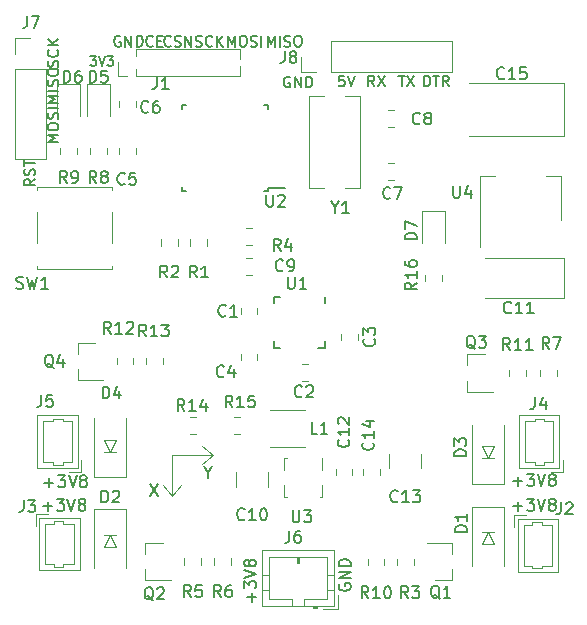
<source format=gbr>
G04 #@! TF.GenerationSoftware,KiCad,Pcbnew,(5.1.5-0-10_14)*
G04 #@! TF.CreationDate,2020-06-10T11:06:54+09:00*
G04 #@! TF.ProjectId,controller_system,636f6e74-726f-46c6-9c65-725f73797374,rev?*
G04 #@! TF.SameCoordinates,Original*
G04 #@! TF.FileFunction,Legend,Top*
G04 #@! TF.FilePolarity,Positive*
%FSLAX46Y46*%
G04 Gerber Fmt 4.6, Leading zero omitted, Abs format (unit mm)*
G04 Created by KiCad (PCBNEW (5.1.5-0-10_14)) date 2020-06-10 11:06:54*
%MOMM*%
%LPD*%
G04 APERTURE LIST*
%ADD10C,0.150000*%
%ADD11C,0.120000*%
%ADD12C,0.180000*%
G04 APERTURE END LIST*
D10*
X156750000Y-118226190D02*
X156750000Y-118702380D01*
X156416666Y-117702380D02*
X156750000Y-118226190D01*
X157083333Y-117702380D01*
D11*
X157250000Y-116750000D02*
X156250000Y-117500000D01*
X157250000Y-116750000D02*
X156250000Y-116000000D01*
X153750000Y-116750000D02*
X157250000Y-116750000D01*
D10*
X151916666Y-119202380D02*
X152583333Y-120202380D01*
X152583333Y-119202380D02*
X151916666Y-120202380D01*
D11*
X180000000Y-117000000D02*
X181000000Y-117000000D01*
X180000000Y-123250000D02*
X181000000Y-123250000D01*
X148000000Y-123500000D02*
X149000000Y-123500000D01*
X148000000Y-116500000D02*
X149000000Y-116500000D01*
X180000000Y-116000000D02*
X181000000Y-116000000D01*
X181000000Y-116000000D02*
X180500000Y-117000000D01*
X180500000Y-117000000D02*
X180000000Y-116000000D01*
X181000000Y-124250000D02*
X180000000Y-124250000D01*
X180500000Y-123250000D02*
X181000000Y-124250000D01*
X180000000Y-124250000D02*
X180500000Y-123250000D01*
X148500000Y-123500000D02*
X149000000Y-124500000D01*
X149000000Y-124500000D02*
X148000000Y-124500000D01*
X148000000Y-124500000D02*
X148500000Y-123500000D01*
X148500000Y-116500000D02*
X148000000Y-115500000D01*
X149000000Y-115500000D02*
X148500000Y-116500000D01*
X148000000Y-115500000D02*
X149000000Y-115500000D01*
X153750000Y-120250000D02*
X154500000Y-119250000D01*
X153750000Y-120250000D02*
X153000000Y-119250000D01*
X153750000Y-116750000D02*
X153750000Y-120250000D01*
D10*
X155742857Y-82114285D02*
X155871428Y-82157142D01*
X156085714Y-82157142D01*
X156171428Y-82114285D01*
X156214285Y-82071428D01*
X156257142Y-81985714D01*
X156257142Y-81900000D01*
X156214285Y-81814285D01*
X156171428Y-81771428D01*
X156085714Y-81728571D01*
X155914285Y-81685714D01*
X155828571Y-81642857D01*
X155785714Y-81600000D01*
X155742857Y-81514285D01*
X155742857Y-81428571D01*
X155785714Y-81342857D01*
X155828571Y-81300000D01*
X155914285Y-81257142D01*
X156128571Y-81257142D01*
X156257142Y-81300000D01*
X157157142Y-82071428D02*
X157114285Y-82114285D01*
X156985714Y-82157142D01*
X156900000Y-82157142D01*
X156771428Y-82114285D01*
X156685714Y-82028571D01*
X156642857Y-81942857D01*
X156600000Y-81771428D01*
X156600000Y-81642857D01*
X156642857Y-81471428D01*
X156685714Y-81385714D01*
X156771428Y-81300000D01*
X156900000Y-81257142D01*
X156985714Y-81257142D01*
X157114285Y-81300000D01*
X157157142Y-81342857D01*
X157542857Y-82157142D02*
X157542857Y-81257142D01*
X158057142Y-82157142D02*
X157671428Y-81642857D01*
X158057142Y-81257142D02*
X157542857Y-81771428D01*
X161835714Y-82157142D02*
X161835714Y-81257142D01*
X162135714Y-81900000D01*
X162435714Y-81257142D01*
X162435714Y-82157142D01*
X162864285Y-82157142D02*
X162864285Y-81257142D01*
X163250000Y-82114285D02*
X163378571Y-82157142D01*
X163592857Y-82157142D01*
X163678571Y-82114285D01*
X163721428Y-82071428D01*
X163764285Y-81985714D01*
X163764285Y-81900000D01*
X163721428Y-81814285D01*
X163678571Y-81771428D01*
X163592857Y-81728571D01*
X163421428Y-81685714D01*
X163335714Y-81642857D01*
X163292857Y-81600000D01*
X163250000Y-81514285D01*
X163250000Y-81428571D01*
X163292857Y-81342857D01*
X163335714Y-81300000D01*
X163421428Y-81257142D01*
X163635714Y-81257142D01*
X163764285Y-81300000D01*
X164321428Y-81257142D02*
X164492857Y-81257142D01*
X164578571Y-81300000D01*
X164664285Y-81385714D01*
X164707142Y-81557142D01*
X164707142Y-81857142D01*
X164664285Y-82028571D01*
X164578571Y-82114285D01*
X164492857Y-82157142D01*
X164321428Y-82157142D01*
X164235714Y-82114285D01*
X164150000Y-82028571D01*
X164107142Y-81857142D01*
X164107142Y-81557142D01*
X164150000Y-81385714D01*
X164235714Y-81300000D01*
X164321428Y-81257142D01*
X158485714Y-82157142D02*
X158485714Y-81257142D01*
X158785714Y-81900000D01*
X159085714Y-81257142D01*
X159085714Y-82157142D01*
X159685714Y-81257142D02*
X159857142Y-81257142D01*
X159942857Y-81300000D01*
X160028571Y-81385714D01*
X160071428Y-81557142D01*
X160071428Y-81857142D01*
X160028571Y-82028571D01*
X159942857Y-82114285D01*
X159857142Y-82157142D01*
X159685714Y-82157142D01*
X159600000Y-82114285D01*
X159514285Y-82028571D01*
X159471428Y-81857142D01*
X159471428Y-81557142D01*
X159514285Y-81385714D01*
X159600000Y-81300000D01*
X159685714Y-81257142D01*
X160414285Y-82114285D02*
X160542857Y-82157142D01*
X160757142Y-82157142D01*
X160842857Y-82114285D01*
X160885714Y-82071428D01*
X160928571Y-81985714D01*
X160928571Y-81900000D01*
X160885714Y-81814285D01*
X160842857Y-81771428D01*
X160757142Y-81728571D01*
X160585714Y-81685714D01*
X160500000Y-81642857D01*
X160457142Y-81600000D01*
X160414285Y-81514285D01*
X160414285Y-81428571D01*
X160457142Y-81342857D01*
X160500000Y-81300000D01*
X160585714Y-81257142D01*
X160800000Y-81257142D01*
X160928571Y-81300000D01*
X161314285Y-82157142D02*
X161314285Y-81257142D01*
X153628571Y-82071428D02*
X153585714Y-82114285D01*
X153457142Y-82157142D01*
X153371428Y-82157142D01*
X153242857Y-82114285D01*
X153157142Y-82028571D01*
X153114285Y-81942857D01*
X153071428Y-81771428D01*
X153071428Y-81642857D01*
X153114285Y-81471428D01*
X153157142Y-81385714D01*
X153242857Y-81300000D01*
X153371428Y-81257142D01*
X153457142Y-81257142D01*
X153585714Y-81300000D01*
X153628571Y-81342857D01*
X153971428Y-82114285D02*
X154100000Y-82157142D01*
X154314285Y-82157142D01*
X154400000Y-82114285D01*
X154442857Y-82071428D01*
X154485714Y-81985714D01*
X154485714Y-81900000D01*
X154442857Y-81814285D01*
X154400000Y-81771428D01*
X154314285Y-81728571D01*
X154142857Y-81685714D01*
X154057142Y-81642857D01*
X154014285Y-81600000D01*
X153971428Y-81514285D01*
X153971428Y-81428571D01*
X154014285Y-81342857D01*
X154057142Y-81300000D01*
X154142857Y-81257142D01*
X154357142Y-81257142D01*
X154485714Y-81300000D01*
X154871428Y-82157142D02*
X154871428Y-81257142D01*
X155385714Y-82157142D01*
X155385714Y-81257142D01*
X152121428Y-82071428D02*
X152078571Y-82114285D01*
X151950000Y-82157142D01*
X151864285Y-82157142D01*
X151735714Y-82114285D01*
X151650000Y-82028571D01*
X151607142Y-81942857D01*
X151564285Y-81771428D01*
X151564285Y-81642857D01*
X151607142Y-81471428D01*
X151650000Y-81385714D01*
X151735714Y-81300000D01*
X151864285Y-81257142D01*
X151950000Y-81257142D01*
X152078571Y-81300000D01*
X152121428Y-81342857D01*
X152507142Y-81685714D02*
X152807142Y-81685714D01*
X152935714Y-82157142D02*
X152507142Y-82157142D01*
X152507142Y-81257142D01*
X152935714Y-81257142D01*
X149364285Y-81300000D02*
X149278571Y-81257142D01*
X149150000Y-81257142D01*
X149021428Y-81300000D01*
X148935714Y-81385714D01*
X148892857Y-81471428D01*
X148850000Y-81642857D01*
X148850000Y-81771428D01*
X148892857Y-81942857D01*
X148935714Y-82028571D01*
X149021428Y-82114285D01*
X149150000Y-82157142D01*
X149235714Y-82157142D01*
X149364285Y-82114285D01*
X149407142Y-82071428D01*
X149407142Y-81771428D01*
X149235714Y-81771428D01*
X149792857Y-82157142D02*
X149792857Y-81257142D01*
X150307142Y-82157142D01*
X150307142Y-81257142D01*
X150735714Y-82157142D02*
X150735714Y-81257142D01*
X150950000Y-81257142D01*
X151078571Y-81300000D01*
X151164285Y-81385714D01*
X151207142Y-81471428D01*
X151250000Y-81642857D01*
X151250000Y-81771428D01*
X151207142Y-81942857D01*
X151164285Y-82028571D01*
X151078571Y-82114285D01*
X150950000Y-82157142D01*
X150735714Y-82157142D01*
X146809523Y-82961904D02*
X147304761Y-82961904D01*
X147038095Y-83266666D01*
X147152380Y-83266666D01*
X147228571Y-83304761D01*
X147266666Y-83342857D01*
X147304761Y-83419047D01*
X147304761Y-83609523D01*
X147266666Y-83685714D01*
X147228571Y-83723809D01*
X147152380Y-83761904D01*
X146923809Y-83761904D01*
X146847619Y-83723809D01*
X146809523Y-83685714D01*
X147533333Y-82961904D02*
X147800000Y-83761904D01*
X148066666Y-82961904D01*
X148257142Y-82961904D02*
X148752380Y-82961904D01*
X148485714Y-83266666D01*
X148600000Y-83266666D01*
X148676190Y-83304761D01*
X148714285Y-83342857D01*
X148752380Y-83419047D01*
X148752380Y-83609523D01*
X148714285Y-83685714D01*
X148676190Y-83723809D01*
X148600000Y-83761904D01*
X148371428Y-83761904D01*
X148295238Y-83723809D01*
X148257142Y-83685714D01*
D12*
X142107142Y-93392857D02*
X141678571Y-93692857D01*
X142107142Y-93907142D02*
X141207142Y-93907142D01*
X141207142Y-93564285D01*
X141250000Y-93478571D01*
X141292857Y-93435714D01*
X141378571Y-93392857D01*
X141507142Y-93392857D01*
X141592857Y-93435714D01*
X141635714Y-93478571D01*
X141678571Y-93564285D01*
X141678571Y-93907142D01*
X142064285Y-93050000D02*
X142107142Y-92921428D01*
X142107142Y-92707142D01*
X142064285Y-92621428D01*
X142021428Y-92578571D01*
X141935714Y-92535714D01*
X141850000Y-92535714D01*
X141764285Y-92578571D01*
X141721428Y-92621428D01*
X141678571Y-92707142D01*
X141635714Y-92878571D01*
X141592857Y-92964285D01*
X141550000Y-93007142D01*
X141464285Y-93050000D01*
X141378571Y-93050000D01*
X141292857Y-93007142D01*
X141250000Y-92964285D01*
X141207142Y-92878571D01*
X141207142Y-92664285D01*
X141250000Y-92535714D01*
X141207142Y-92278571D02*
X141207142Y-91764285D01*
X142107142Y-92021428D02*
X141207142Y-92021428D01*
D10*
X144107142Y-90214285D02*
X143207142Y-90214285D01*
X143850000Y-89914285D01*
X143207142Y-89614285D01*
X144107142Y-89614285D01*
X143207142Y-89014285D02*
X143207142Y-88842857D01*
X143250000Y-88757142D01*
X143335714Y-88671428D01*
X143507142Y-88628571D01*
X143807142Y-88628571D01*
X143978571Y-88671428D01*
X144064285Y-88757142D01*
X144107142Y-88842857D01*
X144107142Y-89014285D01*
X144064285Y-89100000D01*
X143978571Y-89185714D01*
X143807142Y-89228571D01*
X143507142Y-89228571D01*
X143335714Y-89185714D01*
X143250000Y-89100000D01*
X143207142Y-89014285D01*
X144064285Y-88285714D02*
X144107142Y-88157142D01*
X144107142Y-87942857D01*
X144064285Y-87857142D01*
X144021428Y-87814285D01*
X143935714Y-87771428D01*
X143850000Y-87771428D01*
X143764285Y-87814285D01*
X143721428Y-87857142D01*
X143678571Y-87942857D01*
X143635714Y-88114285D01*
X143592857Y-88200000D01*
X143550000Y-88242857D01*
X143464285Y-88285714D01*
X143378571Y-88285714D01*
X143292857Y-88242857D01*
X143250000Y-88200000D01*
X143207142Y-88114285D01*
X143207142Y-87900000D01*
X143250000Y-87771428D01*
X144107142Y-87385714D02*
X143207142Y-87385714D01*
X144107142Y-86914285D02*
X143207142Y-86914285D01*
X143850000Y-86614285D01*
X143207142Y-86314285D01*
X144107142Y-86314285D01*
X144107142Y-85885714D02*
X143207142Y-85885714D01*
X144064285Y-85500000D02*
X144107142Y-85371428D01*
X144107142Y-85157142D01*
X144064285Y-85071428D01*
X144021428Y-85028571D01*
X143935714Y-84985714D01*
X143850000Y-84985714D01*
X143764285Y-85028571D01*
X143721428Y-85071428D01*
X143678571Y-85157142D01*
X143635714Y-85328571D01*
X143592857Y-85414285D01*
X143550000Y-85457142D01*
X143464285Y-85500000D01*
X143378571Y-85500000D01*
X143292857Y-85457142D01*
X143250000Y-85414285D01*
X143207142Y-85328571D01*
X143207142Y-85114285D01*
X143250000Y-84985714D01*
X143207142Y-84428571D02*
X143207142Y-84257142D01*
X143250000Y-84171428D01*
X143335714Y-84085714D01*
X143507142Y-84042857D01*
X143807142Y-84042857D01*
X143978571Y-84085714D01*
X144064285Y-84171428D01*
X144107142Y-84257142D01*
X144107142Y-84428571D01*
X144064285Y-84514285D01*
X143978571Y-84600000D01*
X143807142Y-84642857D01*
X143507142Y-84642857D01*
X143335714Y-84600000D01*
X143250000Y-84514285D01*
X143207142Y-84428571D01*
X144064285Y-83857142D02*
X144107142Y-83728571D01*
X144107142Y-83514285D01*
X144064285Y-83428571D01*
X144021428Y-83385714D01*
X143935714Y-83342857D01*
X143850000Y-83342857D01*
X143764285Y-83385714D01*
X143721428Y-83428571D01*
X143678571Y-83514285D01*
X143635714Y-83685714D01*
X143592857Y-83771428D01*
X143550000Y-83814285D01*
X143464285Y-83857142D01*
X143378571Y-83857142D01*
X143292857Y-83814285D01*
X143250000Y-83771428D01*
X143207142Y-83685714D01*
X143207142Y-83471428D01*
X143250000Y-83342857D01*
X144021428Y-82442857D02*
X144064285Y-82485714D01*
X144107142Y-82614285D01*
X144107142Y-82700000D01*
X144064285Y-82828571D01*
X143978571Y-82914285D01*
X143892857Y-82957142D01*
X143721428Y-83000000D01*
X143592857Y-83000000D01*
X143421428Y-82957142D01*
X143335714Y-82914285D01*
X143250000Y-82828571D01*
X143207142Y-82700000D01*
X143207142Y-82614285D01*
X143250000Y-82485714D01*
X143292857Y-82442857D01*
X144107142Y-82057142D02*
X143207142Y-82057142D01*
X144107142Y-81542857D02*
X143592857Y-81928571D01*
X143207142Y-81542857D02*
X143721428Y-82057142D01*
X163714285Y-84750000D02*
X163628571Y-84707142D01*
X163500000Y-84707142D01*
X163371428Y-84750000D01*
X163285714Y-84835714D01*
X163242857Y-84921428D01*
X163200000Y-85092857D01*
X163200000Y-85221428D01*
X163242857Y-85392857D01*
X163285714Y-85478571D01*
X163371428Y-85564285D01*
X163500000Y-85607142D01*
X163585714Y-85607142D01*
X163714285Y-85564285D01*
X163757142Y-85521428D01*
X163757142Y-85221428D01*
X163585714Y-85221428D01*
X164142857Y-85607142D02*
X164142857Y-84707142D01*
X164657142Y-85607142D01*
X164657142Y-84707142D01*
X165085714Y-85607142D02*
X165085714Y-84707142D01*
X165300000Y-84707142D01*
X165428571Y-84750000D01*
X165514285Y-84835714D01*
X165557142Y-84921428D01*
X165600000Y-85092857D01*
X165600000Y-85221428D01*
X165557142Y-85392857D01*
X165514285Y-85478571D01*
X165428571Y-85564285D01*
X165300000Y-85607142D01*
X165085714Y-85607142D01*
X175071428Y-85507142D02*
X175071428Y-84607142D01*
X175285714Y-84607142D01*
X175414285Y-84650000D01*
X175500000Y-84735714D01*
X175542857Y-84821428D01*
X175585714Y-84992857D01*
X175585714Y-85121428D01*
X175542857Y-85292857D01*
X175500000Y-85378571D01*
X175414285Y-85464285D01*
X175285714Y-85507142D01*
X175071428Y-85507142D01*
X175842857Y-84607142D02*
X176357142Y-84607142D01*
X176100000Y-85507142D02*
X176100000Y-84607142D01*
X177171428Y-85507142D02*
X176871428Y-85078571D01*
X176657142Y-85507142D02*
X176657142Y-84607142D01*
X177000000Y-84607142D01*
X177085714Y-84650000D01*
X177128571Y-84692857D01*
X177171428Y-84778571D01*
X177171428Y-84907142D01*
X177128571Y-84992857D01*
X177085714Y-85035714D01*
X177000000Y-85078571D01*
X176657142Y-85078571D01*
X172914285Y-84607142D02*
X173428571Y-84607142D01*
X173171428Y-85507142D02*
X173171428Y-84607142D01*
X173642857Y-84607142D02*
X174242857Y-85507142D01*
X174242857Y-84607142D02*
X173642857Y-85507142D01*
X170850000Y-85507142D02*
X170550000Y-85078571D01*
X170335714Y-85507142D02*
X170335714Y-84607142D01*
X170678571Y-84607142D01*
X170764285Y-84650000D01*
X170807142Y-84692857D01*
X170850000Y-84778571D01*
X170850000Y-84907142D01*
X170807142Y-84992857D01*
X170764285Y-85035714D01*
X170678571Y-85078571D01*
X170335714Y-85078571D01*
X171150000Y-84607142D02*
X171750000Y-85507142D01*
X171750000Y-84607142D02*
X171150000Y-85507142D01*
X168328571Y-84607142D02*
X167900000Y-84607142D01*
X167857142Y-85035714D01*
X167900000Y-84992857D01*
X167985714Y-84950000D01*
X168200000Y-84950000D01*
X168285714Y-84992857D01*
X168328571Y-85035714D01*
X168371428Y-85121428D01*
X168371428Y-85335714D01*
X168328571Y-85421428D01*
X168285714Y-85464285D01*
X168200000Y-85507142D01*
X167985714Y-85507142D01*
X167900000Y-85464285D01*
X167857142Y-85421428D01*
X168628571Y-84607142D02*
X168928571Y-85507142D01*
X169228571Y-84607142D01*
X167900000Y-127661904D02*
X167852380Y-127757142D01*
X167852380Y-127900000D01*
X167900000Y-128042857D01*
X167995238Y-128138095D01*
X168090476Y-128185714D01*
X168280952Y-128233333D01*
X168423809Y-128233333D01*
X168614285Y-128185714D01*
X168709523Y-128138095D01*
X168804761Y-128042857D01*
X168852380Y-127900000D01*
X168852380Y-127804761D01*
X168804761Y-127661904D01*
X168757142Y-127614285D01*
X168423809Y-127614285D01*
X168423809Y-127804761D01*
X168852380Y-127185714D02*
X167852380Y-127185714D01*
X168852380Y-126614285D01*
X167852380Y-126614285D01*
X168852380Y-126138095D02*
X167852380Y-126138095D01*
X167852380Y-125900000D01*
X167900000Y-125757142D01*
X167995238Y-125661904D01*
X168090476Y-125614285D01*
X168280952Y-125566666D01*
X168423809Y-125566666D01*
X168614285Y-125614285D01*
X168709523Y-125661904D01*
X168804761Y-125757142D01*
X168852380Y-125900000D01*
X168852380Y-126138095D01*
X160471428Y-129161904D02*
X160471428Y-128400000D01*
X160852380Y-128780952D02*
X160090476Y-128780952D01*
X159852380Y-128019047D02*
X159852380Y-127400000D01*
X160233333Y-127733333D01*
X160233333Y-127590476D01*
X160280952Y-127495238D01*
X160328571Y-127447619D01*
X160423809Y-127400000D01*
X160661904Y-127400000D01*
X160757142Y-127447619D01*
X160804761Y-127495238D01*
X160852380Y-127590476D01*
X160852380Y-127876190D01*
X160804761Y-127971428D01*
X160757142Y-128019047D01*
X159852380Y-127114285D02*
X160852380Y-126780952D01*
X159852380Y-126447619D01*
X160280952Y-125971428D02*
X160233333Y-126066666D01*
X160185714Y-126114285D01*
X160090476Y-126161904D01*
X160042857Y-126161904D01*
X159947619Y-126114285D01*
X159900000Y-126066666D01*
X159852380Y-125971428D01*
X159852380Y-125780952D01*
X159900000Y-125685714D01*
X159947619Y-125638095D01*
X160042857Y-125590476D01*
X160090476Y-125590476D01*
X160185714Y-125638095D01*
X160233333Y-125685714D01*
X160280952Y-125780952D01*
X160280952Y-125971428D01*
X160328571Y-126066666D01*
X160376190Y-126114285D01*
X160471428Y-126161904D01*
X160661904Y-126161904D01*
X160757142Y-126114285D01*
X160804761Y-126066666D01*
X160852380Y-125971428D01*
X160852380Y-125780952D01*
X160804761Y-125685714D01*
X160757142Y-125638095D01*
X160661904Y-125590476D01*
X160471428Y-125590476D01*
X160376190Y-125638095D01*
X160328571Y-125685714D01*
X160280952Y-125780952D01*
X182638095Y-121071428D02*
X183400000Y-121071428D01*
X183019047Y-121452380D02*
X183019047Y-120690476D01*
X183780952Y-120452380D02*
X184400000Y-120452380D01*
X184066666Y-120833333D01*
X184209523Y-120833333D01*
X184304761Y-120880952D01*
X184352380Y-120928571D01*
X184400000Y-121023809D01*
X184400000Y-121261904D01*
X184352380Y-121357142D01*
X184304761Y-121404761D01*
X184209523Y-121452380D01*
X183923809Y-121452380D01*
X183828571Y-121404761D01*
X183780952Y-121357142D01*
X184685714Y-120452380D02*
X185019047Y-121452380D01*
X185352380Y-120452380D01*
X185828571Y-120880952D02*
X185733333Y-120833333D01*
X185685714Y-120785714D01*
X185638095Y-120690476D01*
X185638095Y-120642857D01*
X185685714Y-120547619D01*
X185733333Y-120500000D01*
X185828571Y-120452380D01*
X186019047Y-120452380D01*
X186114285Y-120500000D01*
X186161904Y-120547619D01*
X186209523Y-120642857D01*
X186209523Y-120690476D01*
X186161904Y-120785714D01*
X186114285Y-120833333D01*
X186019047Y-120880952D01*
X185828571Y-120880952D01*
X185733333Y-120928571D01*
X185685714Y-120976190D01*
X185638095Y-121071428D01*
X185638095Y-121261904D01*
X185685714Y-121357142D01*
X185733333Y-121404761D01*
X185828571Y-121452380D01*
X186019047Y-121452380D01*
X186114285Y-121404761D01*
X186161904Y-121357142D01*
X186209523Y-121261904D01*
X186209523Y-121071428D01*
X186161904Y-120976190D01*
X186114285Y-120928571D01*
X186019047Y-120880952D01*
X182638095Y-118971428D02*
X183400000Y-118971428D01*
X183019047Y-119352380D02*
X183019047Y-118590476D01*
X183780952Y-118352380D02*
X184400000Y-118352380D01*
X184066666Y-118733333D01*
X184209523Y-118733333D01*
X184304761Y-118780952D01*
X184352380Y-118828571D01*
X184400000Y-118923809D01*
X184400000Y-119161904D01*
X184352380Y-119257142D01*
X184304761Y-119304761D01*
X184209523Y-119352380D01*
X183923809Y-119352380D01*
X183828571Y-119304761D01*
X183780952Y-119257142D01*
X184685714Y-118352380D02*
X185019047Y-119352380D01*
X185352380Y-118352380D01*
X185828571Y-118780952D02*
X185733333Y-118733333D01*
X185685714Y-118685714D01*
X185638095Y-118590476D01*
X185638095Y-118542857D01*
X185685714Y-118447619D01*
X185733333Y-118400000D01*
X185828571Y-118352380D01*
X186019047Y-118352380D01*
X186114285Y-118400000D01*
X186161904Y-118447619D01*
X186209523Y-118542857D01*
X186209523Y-118590476D01*
X186161904Y-118685714D01*
X186114285Y-118733333D01*
X186019047Y-118780952D01*
X185828571Y-118780952D01*
X185733333Y-118828571D01*
X185685714Y-118876190D01*
X185638095Y-118971428D01*
X185638095Y-119161904D01*
X185685714Y-119257142D01*
X185733333Y-119304761D01*
X185828571Y-119352380D01*
X186019047Y-119352380D01*
X186114285Y-119304761D01*
X186161904Y-119257142D01*
X186209523Y-119161904D01*
X186209523Y-118971428D01*
X186161904Y-118876190D01*
X186114285Y-118828571D01*
X186019047Y-118780952D01*
X142838095Y-121071428D02*
X143600000Y-121071428D01*
X143219047Y-121452380D02*
X143219047Y-120690476D01*
X143980952Y-120452380D02*
X144600000Y-120452380D01*
X144266666Y-120833333D01*
X144409523Y-120833333D01*
X144504761Y-120880952D01*
X144552380Y-120928571D01*
X144600000Y-121023809D01*
X144600000Y-121261904D01*
X144552380Y-121357142D01*
X144504761Y-121404761D01*
X144409523Y-121452380D01*
X144123809Y-121452380D01*
X144028571Y-121404761D01*
X143980952Y-121357142D01*
X144885714Y-120452380D02*
X145219047Y-121452380D01*
X145552380Y-120452380D01*
X146028571Y-120880952D02*
X145933333Y-120833333D01*
X145885714Y-120785714D01*
X145838095Y-120690476D01*
X145838095Y-120642857D01*
X145885714Y-120547619D01*
X145933333Y-120500000D01*
X146028571Y-120452380D01*
X146219047Y-120452380D01*
X146314285Y-120500000D01*
X146361904Y-120547619D01*
X146409523Y-120642857D01*
X146409523Y-120690476D01*
X146361904Y-120785714D01*
X146314285Y-120833333D01*
X146219047Y-120880952D01*
X146028571Y-120880952D01*
X145933333Y-120928571D01*
X145885714Y-120976190D01*
X145838095Y-121071428D01*
X145838095Y-121261904D01*
X145885714Y-121357142D01*
X145933333Y-121404761D01*
X146028571Y-121452380D01*
X146219047Y-121452380D01*
X146314285Y-121404761D01*
X146361904Y-121357142D01*
X146409523Y-121261904D01*
X146409523Y-121071428D01*
X146361904Y-120976190D01*
X146314285Y-120928571D01*
X146219047Y-120880952D01*
X142938095Y-119071428D02*
X143700000Y-119071428D01*
X143319047Y-119452380D02*
X143319047Y-118690476D01*
X144080952Y-118452380D02*
X144700000Y-118452380D01*
X144366666Y-118833333D01*
X144509523Y-118833333D01*
X144604761Y-118880952D01*
X144652380Y-118928571D01*
X144700000Y-119023809D01*
X144700000Y-119261904D01*
X144652380Y-119357142D01*
X144604761Y-119404761D01*
X144509523Y-119452380D01*
X144223809Y-119452380D01*
X144128571Y-119404761D01*
X144080952Y-119357142D01*
X144985714Y-118452380D02*
X145319047Y-119452380D01*
X145652380Y-118452380D01*
X146128571Y-118880952D02*
X146033333Y-118833333D01*
X145985714Y-118785714D01*
X145938095Y-118690476D01*
X145938095Y-118642857D01*
X145985714Y-118547619D01*
X146033333Y-118500000D01*
X146128571Y-118452380D01*
X146319047Y-118452380D01*
X146414285Y-118500000D01*
X146461904Y-118547619D01*
X146509523Y-118642857D01*
X146509523Y-118690476D01*
X146461904Y-118785714D01*
X146414285Y-118833333D01*
X146319047Y-118880952D01*
X146128571Y-118880952D01*
X146033333Y-118928571D01*
X145985714Y-118976190D01*
X145938095Y-119071428D01*
X145938095Y-119261904D01*
X145985714Y-119357142D01*
X146033333Y-119404761D01*
X146128571Y-119452380D01*
X146319047Y-119452380D01*
X146414285Y-119404761D01*
X146461904Y-119357142D01*
X146509523Y-119261904D01*
X146509523Y-119071428D01*
X146461904Y-118976190D01*
X146414285Y-118928571D01*
X146319047Y-118880952D01*
D11*
X149140000Y-84610000D02*
X149140000Y-83500000D01*
X149900000Y-84610000D02*
X149140000Y-84610000D01*
X150660000Y-82936529D02*
X150660000Y-82390000D01*
X150660000Y-84610000D02*
X150660000Y-84063471D01*
X150660000Y-82390000D02*
X159485000Y-82390000D01*
X150660000Y-84610000D02*
X159485000Y-84610000D01*
X159485000Y-83192470D02*
X159485000Y-82390000D01*
X159485000Y-84610000D02*
X159485000Y-83807530D01*
X147140000Y-118580000D02*
X147140000Y-113600000D01*
X149860000Y-118580000D02*
X149860000Y-113600000D01*
X147140000Y-118580000D02*
X149860000Y-118580000D01*
X179140000Y-119180000D02*
X179140000Y-114200000D01*
X181860000Y-119180000D02*
X181860000Y-114200000D01*
X179140000Y-119180000D02*
X181860000Y-119180000D01*
X149860000Y-121320000D02*
X149860000Y-126300000D01*
X147140000Y-121320000D02*
X147140000Y-126300000D01*
X149860000Y-121320000D02*
X147140000Y-121320000D01*
X181860000Y-121170000D02*
X181860000Y-126150000D01*
X179140000Y-121170000D02*
X179140000Y-126150000D01*
X181860000Y-121170000D02*
X179140000Y-121170000D01*
D10*
X161875000Y-94375000D02*
X161875000Y-94150000D01*
X154625000Y-94375000D02*
X154625000Y-94050000D01*
X154625000Y-87125000D02*
X154625000Y-87450000D01*
X161875000Y-87125000D02*
X161875000Y-87450000D01*
X161875000Y-94375000D02*
X161550000Y-94375000D01*
X161875000Y-87125000D02*
X161550000Y-87125000D01*
X154625000Y-87125000D02*
X154950000Y-87125000D01*
X154625000Y-94375000D02*
X154950000Y-94375000D01*
X161875000Y-94150000D02*
X163300000Y-94150000D01*
D11*
X159540000Y-104303922D02*
X159540000Y-104821078D01*
X160960000Y-104303922D02*
X160960000Y-104821078D01*
X165258578Y-110460000D02*
X164741422Y-110460000D01*
X165258578Y-109040000D02*
X164741422Y-109040000D01*
X169460000Y-107008578D02*
X169460000Y-106491422D01*
X168040000Y-107008578D02*
X168040000Y-106491422D01*
X159540000Y-108696078D02*
X159540000Y-108178922D01*
X160960000Y-108696078D02*
X160960000Y-108178922D01*
X150710000Y-90741422D02*
X150710000Y-91258578D01*
X149290000Y-90741422D02*
X149290000Y-91258578D01*
X150710000Y-86741422D02*
X150710000Y-87258578D01*
X149290000Y-86741422D02*
X149290000Y-87258578D01*
X172508578Y-93460000D02*
X171991422Y-93460000D01*
X172508578Y-92040000D02*
X171991422Y-92040000D01*
X172508578Y-88960000D02*
X171991422Y-88960000D01*
X172508578Y-87540000D02*
X171991422Y-87540000D01*
X159991422Y-100040000D02*
X160508578Y-100040000D01*
X159991422Y-101460000D02*
X160508578Y-101460000D01*
X159140000Y-118201416D02*
X159140000Y-119405544D01*
X161860000Y-118201416D02*
X161860000Y-119405544D01*
X186960000Y-100040000D02*
X180200000Y-100040000D01*
X186960000Y-103460000D02*
X186960000Y-100040000D01*
X180200000Y-103460000D02*
X186960000Y-103460000D01*
X169010000Y-117906902D02*
X169010000Y-118424058D01*
X167590000Y-117906902D02*
X167590000Y-118424058D01*
X174860000Y-116647936D02*
X174860000Y-117852064D01*
X172140000Y-116647936D02*
X172140000Y-117852064D01*
X169890000Y-117906902D02*
X169890000Y-118424058D01*
X171310000Y-117906902D02*
X171310000Y-118424058D01*
X186910000Y-85240000D02*
X178850000Y-85240000D01*
X186910000Y-89760000D02*
X186910000Y-85240000D01*
X178850000Y-89760000D02*
X186910000Y-89760000D01*
X148460000Y-88000000D02*
X148460000Y-85315000D01*
X148460000Y-85315000D02*
X146540000Y-85315000D01*
X146540000Y-85315000D02*
X146540000Y-88000000D01*
X144040000Y-85315000D02*
X144040000Y-88000000D01*
X145960000Y-85315000D02*
X144040000Y-85315000D01*
X145960000Y-88000000D02*
X145960000Y-85315000D01*
X174940000Y-96115000D02*
X174940000Y-98800000D01*
X176860000Y-96115000D02*
X174940000Y-96115000D01*
X176860000Y-98800000D02*
X176860000Y-96115000D01*
X182700000Y-121850000D02*
X182700000Y-122850000D01*
X182700000Y-121850000D02*
X183700000Y-121850000D01*
X185900000Y-126100000D02*
X185900000Y-124375000D01*
X185050000Y-126100000D02*
X185900000Y-126100000D01*
X185050000Y-126300000D02*
X185050000Y-126100000D01*
X184250000Y-126300000D02*
X185050000Y-126300000D01*
X184250000Y-126100000D02*
X184250000Y-126300000D01*
X183500000Y-126100000D02*
X184250000Y-126100000D01*
X183500000Y-124375000D02*
X183500000Y-126100000D01*
X185900000Y-122650000D02*
X185900000Y-124375000D01*
X185050000Y-122650000D02*
X185900000Y-122650000D01*
X185050000Y-122450000D02*
X185050000Y-122650000D01*
X184250000Y-122450000D02*
X185050000Y-122450000D01*
X184250000Y-122650000D02*
X184250000Y-122450000D01*
X183500000Y-122650000D02*
X184250000Y-122650000D01*
X183500000Y-124375000D02*
X183500000Y-122650000D01*
X186410000Y-126610000D02*
X186410000Y-122140000D01*
X182990000Y-126610000D02*
X186410000Y-126610000D01*
X182990000Y-122140000D02*
X182990000Y-126610000D01*
X186410000Y-122140000D02*
X182990000Y-122140000D01*
X142200000Y-121750000D02*
X142200000Y-122750000D01*
X142200000Y-121750000D02*
X143200000Y-121750000D01*
X145400000Y-126000000D02*
X145400000Y-124275000D01*
X144550000Y-126000000D02*
X145400000Y-126000000D01*
X144550000Y-126200000D02*
X144550000Y-126000000D01*
X143750000Y-126200000D02*
X144550000Y-126200000D01*
X143750000Y-126000000D02*
X143750000Y-126200000D01*
X143000000Y-126000000D02*
X143750000Y-126000000D01*
X143000000Y-124275000D02*
X143000000Y-126000000D01*
X145400000Y-122550000D02*
X145400000Y-124275000D01*
X144550000Y-122550000D02*
X145400000Y-122550000D01*
X144550000Y-122350000D02*
X144550000Y-122550000D01*
X143750000Y-122350000D02*
X144550000Y-122350000D01*
X143750000Y-122550000D02*
X143750000Y-122350000D01*
X143000000Y-122550000D02*
X143750000Y-122550000D01*
X143000000Y-124275000D02*
X143000000Y-122550000D01*
X145910000Y-126510000D02*
X145910000Y-122040000D01*
X142490000Y-126510000D02*
X145910000Y-126510000D01*
X142490000Y-122040000D02*
X142490000Y-126510000D01*
X145910000Y-122040000D02*
X142490000Y-122040000D01*
X183090000Y-117860000D02*
X186510000Y-117860000D01*
X186510000Y-117860000D02*
X186510000Y-113390000D01*
X186510000Y-113390000D02*
X183090000Y-113390000D01*
X183090000Y-113390000D02*
X183090000Y-117860000D01*
X186000000Y-115625000D02*
X186000000Y-117350000D01*
X186000000Y-117350000D02*
X185250000Y-117350000D01*
X185250000Y-117350000D02*
X185250000Y-117550000D01*
X185250000Y-117550000D02*
X184450000Y-117550000D01*
X184450000Y-117550000D02*
X184450000Y-117350000D01*
X184450000Y-117350000D02*
X183600000Y-117350000D01*
X183600000Y-117350000D02*
X183600000Y-115625000D01*
X186000000Y-115625000D02*
X186000000Y-113900000D01*
X186000000Y-113900000D02*
X185250000Y-113900000D01*
X185250000Y-113900000D02*
X185250000Y-113700000D01*
X185250000Y-113700000D02*
X184450000Y-113700000D01*
X184450000Y-113700000D02*
X184450000Y-113900000D01*
X184450000Y-113900000D02*
X183600000Y-113900000D01*
X183600000Y-113900000D02*
X183600000Y-115625000D01*
X186800000Y-118150000D02*
X185800000Y-118150000D01*
X186800000Y-118150000D02*
X186800000Y-117150000D01*
X146050000Y-118150000D02*
X146050000Y-117150000D01*
X146050000Y-118150000D02*
X145050000Y-118150000D01*
X142850000Y-113900000D02*
X142850000Y-115625000D01*
X143700000Y-113900000D02*
X142850000Y-113900000D01*
X143700000Y-113700000D02*
X143700000Y-113900000D01*
X144500000Y-113700000D02*
X143700000Y-113700000D01*
X144500000Y-113900000D02*
X144500000Y-113700000D01*
X145250000Y-113900000D02*
X144500000Y-113900000D01*
X145250000Y-115625000D02*
X145250000Y-113900000D01*
X142850000Y-117350000D02*
X142850000Y-115625000D01*
X143700000Y-117350000D02*
X142850000Y-117350000D01*
X143700000Y-117550000D02*
X143700000Y-117350000D01*
X144500000Y-117550000D02*
X143700000Y-117550000D01*
X144500000Y-117350000D02*
X144500000Y-117550000D01*
X145250000Y-117350000D02*
X144500000Y-117350000D01*
X145250000Y-115625000D02*
X145250000Y-117350000D01*
X142340000Y-113390000D02*
X142340000Y-117860000D01*
X145760000Y-113390000D02*
X142340000Y-113390000D01*
X145760000Y-117860000D02*
X145760000Y-113390000D01*
X142340000Y-117860000D02*
X145760000Y-117860000D01*
X167460000Y-129510000D02*
X167460000Y-124790000D01*
X167460000Y-124790000D02*
X161340000Y-124790000D01*
X161340000Y-124790000D02*
X161340000Y-129510000D01*
X161340000Y-129510000D02*
X167460000Y-129510000D01*
X165700000Y-129510000D02*
X165700000Y-129710000D01*
X165700000Y-129710000D02*
X166000000Y-129710000D01*
X166000000Y-129710000D02*
X166000000Y-129510000D01*
X165700000Y-129610000D02*
X166000000Y-129610000D01*
X164900000Y-129510000D02*
X164900000Y-128900000D01*
X164900000Y-128900000D02*
X166850000Y-128900000D01*
X166850000Y-128900000D02*
X166850000Y-125400000D01*
X166850000Y-125400000D02*
X161950000Y-125400000D01*
X161950000Y-125400000D02*
X161950000Y-128900000D01*
X161950000Y-128900000D02*
X163900000Y-128900000D01*
X163900000Y-128900000D02*
X163900000Y-129510000D01*
X167460000Y-128200000D02*
X166850000Y-128200000D01*
X167460000Y-126900000D02*
X166850000Y-126900000D01*
X161340000Y-128200000D02*
X161950000Y-128200000D01*
X161340000Y-126900000D02*
X161950000Y-126900000D01*
X164500000Y-125400000D02*
X164500000Y-125900000D01*
X164500000Y-125900000D02*
X164300000Y-125900000D01*
X164300000Y-125900000D02*
X164300000Y-125400000D01*
X164400000Y-125400000D02*
X164400000Y-125900000D01*
X166510000Y-129810000D02*
X167760000Y-129810000D01*
X167760000Y-129810000D02*
X167760000Y-128560000D01*
X140420000Y-91700000D02*
X143080000Y-91700000D01*
X140420000Y-84020000D02*
X140420000Y-91700000D01*
X143080000Y-84020000D02*
X143080000Y-91700000D01*
X140420000Y-84020000D02*
X143080000Y-84020000D01*
X140420000Y-82750000D02*
X140420000Y-81420000D01*
X140420000Y-81420000D02*
X141750000Y-81420000D01*
X177450000Y-84330000D02*
X177450000Y-81670000D01*
X167230000Y-84330000D02*
X177450000Y-84330000D01*
X167230000Y-81670000D02*
X177450000Y-81670000D01*
X167230000Y-84330000D02*
X167230000Y-81670000D01*
X165960000Y-84330000D02*
X164630000Y-84330000D01*
X164630000Y-84330000D02*
X164630000Y-83000000D01*
X162000000Y-112900000D02*
X165000000Y-112900000D01*
X162000000Y-116100000D02*
X165000000Y-116100000D01*
X177460000Y-127330000D02*
X176000000Y-127330000D01*
X177460000Y-124170000D02*
X175300000Y-124170000D01*
X177460000Y-124170000D02*
X177460000Y-125100000D01*
X177460000Y-127330000D02*
X177460000Y-126400000D01*
X151490000Y-124170000D02*
X151490000Y-125100000D01*
X151490000Y-127330000D02*
X151490000Y-126400000D01*
X151490000Y-127330000D02*
X153650000Y-127330000D01*
X151490000Y-124170000D02*
X152950000Y-124170000D01*
X178740000Y-108220000D02*
X180200000Y-108220000D01*
X178740000Y-111380000D02*
X180900000Y-111380000D01*
X178740000Y-111380000D02*
X178740000Y-110450000D01*
X178740000Y-108220000D02*
X178740000Y-109150000D01*
X145740000Y-107220000D02*
X145740000Y-108150000D01*
X145740000Y-110380000D02*
X145740000Y-109450000D01*
X145740000Y-110380000D02*
X147900000Y-110380000D01*
X145740000Y-107220000D02*
X147200000Y-107220000D01*
X156710000Y-99008578D02*
X156710000Y-98491422D01*
X155290000Y-99008578D02*
X155290000Y-98491422D01*
X154210000Y-99008578D02*
X154210000Y-98491422D01*
X152790000Y-99008578D02*
X152790000Y-98491422D01*
X174210000Y-126058578D02*
X174210000Y-125541422D01*
X172790000Y-126058578D02*
X172790000Y-125541422D01*
X160508578Y-97540000D02*
X159991422Y-97540000D01*
X160508578Y-98960000D02*
X159991422Y-98960000D01*
X154790000Y-125491422D02*
X154790000Y-126008578D01*
X156210000Y-125491422D02*
X156210000Y-126008578D01*
X157290000Y-126008578D02*
X157290000Y-125491422D01*
X158710000Y-126008578D02*
X158710000Y-125491422D01*
X186310000Y-110058578D02*
X186310000Y-109541422D01*
X184890000Y-110058578D02*
X184890000Y-109541422D01*
X146790000Y-90741422D02*
X146790000Y-91258578D01*
X148210000Y-90741422D02*
X148210000Y-91258578D01*
X145710000Y-90741422D02*
X145710000Y-91258578D01*
X144290000Y-90741422D02*
X144290000Y-91258578D01*
X171710000Y-125541422D02*
X171710000Y-126058578D01*
X170290000Y-125541422D02*
X170290000Y-126058578D01*
X183710000Y-109541422D02*
X183710000Y-110058578D01*
X182290000Y-109541422D02*
X182290000Y-110058578D01*
X150460000Y-109058578D02*
X150460000Y-108541422D01*
X149040000Y-109058578D02*
X149040000Y-108541422D01*
X152960000Y-108541422D02*
X152960000Y-109058578D01*
X151540000Y-108541422D02*
X151540000Y-109058578D01*
X155241422Y-114960000D02*
X155758578Y-114960000D01*
X155241422Y-113540000D02*
X155758578Y-113540000D01*
X158991422Y-113540000D02*
X159508578Y-113540000D01*
X158991422Y-114960000D02*
X159508578Y-114960000D01*
X175190000Y-101478922D02*
X175190000Y-101996078D01*
X176610000Y-101478922D02*
X176610000Y-101996078D01*
D10*
X166650000Y-107650000D02*
X166125000Y-107650000D01*
X162350000Y-103350000D02*
X162875000Y-103350000D01*
X162350000Y-107650000D02*
X162875000Y-107650000D01*
X166650000Y-103350000D02*
X166650000Y-103875000D01*
X162350000Y-103350000D02*
X162350000Y-103875000D01*
X162350000Y-107650000D02*
X162350000Y-107125000D01*
X166650000Y-107650000D02*
X166650000Y-107125000D01*
D11*
X163215881Y-119304881D02*
X163215881Y-120279881D01*
X166465881Y-117029881D02*
X166465881Y-118004881D01*
X166465881Y-119304881D02*
X166465881Y-120279881D01*
X163215881Y-117029881D02*
X163215881Y-118004881D01*
X166240881Y-120279881D02*
X166465881Y-120279881D01*
X163440881Y-120279881D02*
X163215881Y-120279881D01*
X163215881Y-117029881D02*
X163440881Y-117029881D01*
X179840000Y-99100000D02*
X179840000Y-93090000D01*
X186660000Y-96850000D02*
X186660000Y-93090000D01*
X179840000Y-93090000D02*
X181100000Y-93090000D01*
X186660000Y-93090000D02*
X185400000Y-93090000D01*
X165330000Y-94170000D02*
X165330000Y-86330000D01*
X165330000Y-94170000D02*
X166600000Y-94170000D01*
X165330000Y-86330000D02*
X166600000Y-86330000D01*
X169670000Y-94170000D02*
X169670000Y-86330000D01*
X169670000Y-94170000D02*
X168400000Y-94170000D01*
X169670000Y-86330000D02*
X168400000Y-86330000D01*
X142325000Y-94300000D02*
X142325000Y-94050000D01*
X142325000Y-94050000D02*
X148625000Y-94050000D01*
X148625000Y-94050000D02*
X148625000Y-94300000D01*
X142325000Y-98800000D02*
X142325000Y-96200000D01*
X148625000Y-100700000D02*
X148625000Y-100950000D01*
X148625000Y-100950000D02*
X142325000Y-100950000D01*
X142325000Y-100950000D02*
X142325000Y-100700000D01*
X148625000Y-96200000D02*
X148625000Y-98800000D01*
D10*
X152466666Y-84752380D02*
X152466666Y-85466666D01*
X152419047Y-85609523D01*
X152323809Y-85704761D01*
X152180952Y-85752380D01*
X152085714Y-85752380D01*
X153466666Y-85752380D02*
X152895238Y-85752380D01*
X153180952Y-85752380D02*
X153180952Y-84752380D01*
X153085714Y-84895238D01*
X152990476Y-84990476D01*
X152895238Y-85038095D01*
X147861904Y-111952380D02*
X147861904Y-110952380D01*
X148100000Y-110952380D01*
X148242857Y-111000000D01*
X148338095Y-111095238D01*
X148385714Y-111190476D01*
X148433333Y-111380952D01*
X148433333Y-111523809D01*
X148385714Y-111714285D01*
X148338095Y-111809523D01*
X148242857Y-111904761D01*
X148100000Y-111952380D01*
X147861904Y-111952380D01*
X149290476Y-111285714D02*
X149290476Y-111952380D01*
X149052380Y-110904761D02*
X148814285Y-111619047D01*
X149433333Y-111619047D01*
X178652380Y-116838095D02*
X177652380Y-116838095D01*
X177652380Y-116600000D01*
X177700000Y-116457142D01*
X177795238Y-116361904D01*
X177890476Y-116314285D01*
X178080952Y-116266666D01*
X178223809Y-116266666D01*
X178414285Y-116314285D01*
X178509523Y-116361904D01*
X178604761Y-116457142D01*
X178652380Y-116600000D01*
X178652380Y-116838095D01*
X177652380Y-115933333D02*
X177652380Y-115314285D01*
X178033333Y-115647619D01*
X178033333Y-115504761D01*
X178080952Y-115409523D01*
X178128571Y-115361904D01*
X178223809Y-115314285D01*
X178461904Y-115314285D01*
X178557142Y-115361904D01*
X178604761Y-115409523D01*
X178652380Y-115504761D01*
X178652380Y-115790476D01*
X178604761Y-115885714D01*
X178557142Y-115933333D01*
X147761904Y-120752380D02*
X147761904Y-119752380D01*
X148000000Y-119752380D01*
X148142857Y-119800000D01*
X148238095Y-119895238D01*
X148285714Y-119990476D01*
X148333333Y-120180952D01*
X148333333Y-120323809D01*
X148285714Y-120514285D01*
X148238095Y-120609523D01*
X148142857Y-120704761D01*
X148000000Y-120752380D01*
X147761904Y-120752380D01*
X148714285Y-119847619D02*
X148761904Y-119800000D01*
X148857142Y-119752380D01*
X149095238Y-119752380D01*
X149190476Y-119800000D01*
X149238095Y-119847619D01*
X149285714Y-119942857D01*
X149285714Y-120038095D01*
X149238095Y-120180952D01*
X148666666Y-120752380D01*
X149285714Y-120752380D01*
X178702380Y-123238095D02*
X177702380Y-123238095D01*
X177702380Y-123000000D01*
X177750000Y-122857142D01*
X177845238Y-122761904D01*
X177940476Y-122714285D01*
X178130952Y-122666666D01*
X178273809Y-122666666D01*
X178464285Y-122714285D01*
X178559523Y-122761904D01*
X178654761Y-122857142D01*
X178702380Y-123000000D01*
X178702380Y-123238095D01*
X178702380Y-121714285D02*
X178702380Y-122285714D01*
X178702380Y-122000000D02*
X177702380Y-122000000D01*
X177845238Y-122095238D01*
X177940476Y-122190476D01*
X177988095Y-122285714D01*
X161738095Y-94702380D02*
X161738095Y-95511904D01*
X161785714Y-95607142D01*
X161833333Y-95654761D01*
X161928571Y-95702380D01*
X162119047Y-95702380D01*
X162214285Y-95654761D01*
X162261904Y-95607142D01*
X162309523Y-95511904D01*
X162309523Y-94702380D01*
X162738095Y-94797619D02*
X162785714Y-94750000D01*
X162880952Y-94702380D01*
X163119047Y-94702380D01*
X163214285Y-94750000D01*
X163261904Y-94797619D01*
X163309523Y-94892857D01*
X163309523Y-94988095D01*
X163261904Y-95130952D01*
X162690476Y-95702380D01*
X163309523Y-95702380D01*
X158283333Y-104919642D02*
X158235714Y-104967261D01*
X158092857Y-105014880D01*
X157997619Y-105014880D01*
X157854761Y-104967261D01*
X157759523Y-104872023D01*
X157711904Y-104776785D01*
X157664285Y-104586309D01*
X157664285Y-104443452D01*
X157711904Y-104252976D01*
X157759523Y-104157738D01*
X157854761Y-104062500D01*
X157997619Y-104014880D01*
X158092857Y-104014880D01*
X158235714Y-104062500D01*
X158283333Y-104110119D01*
X159235714Y-105014880D02*
X158664285Y-105014880D01*
X158950000Y-105014880D02*
X158950000Y-104014880D01*
X158854761Y-104157738D01*
X158759523Y-104252976D01*
X158664285Y-104300595D01*
X164733333Y-111757142D02*
X164685714Y-111804761D01*
X164542857Y-111852380D01*
X164447619Y-111852380D01*
X164304761Y-111804761D01*
X164209523Y-111709523D01*
X164161904Y-111614285D01*
X164114285Y-111423809D01*
X164114285Y-111280952D01*
X164161904Y-111090476D01*
X164209523Y-110995238D01*
X164304761Y-110900000D01*
X164447619Y-110852380D01*
X164542857Y-110852380D01*
X164685714Y-110900000D01*
X164733333Y-110947619D01*
X165114285Y-110947619D02*
X165161904Y-110900000D01*
X165257142Y-110852380D01*
X165495238Y-110852380D01*
X165590476Y-110900000D01*
X165638095Y-110947619D01*
X165685714Y-111042857D01*
X165685714Y-111138095D01*
X165638095Y-111280952D01*
X165066666Y-111852380D01*
X165685714Y-111852380D01*
X170844502Y-106904206D02*
X170892121Y-106951825D01*
X170939740Y-107094682D01*
X170939740Y-107189920D01*
X170892121Y-107332778D01*
X170796883Y-107428016D01*
X170701645Y-107475635D01*
X170511169Y-107523254D01*
X170368312Y-107523254D01*
X170177836Y-107475635D01*
X170082598Y-107428016D01*
X169987360Y-107332778D01*
X169939740Y-107189920D01*
X169939740Y-107094682D01*
X169987360Y-106951825D01*
X170034979Y-106904206D01*
X169939740Y-106570873D02*
X169939740Y-105951825D01*
X170320693Y-106285159D01*
X170320693Y-106142301D01*
X170368312Y-106047063D01*
X170415931Y-105999444D01*
X170511169Y-105951825D01*
X170749264Y-105951825D01*
X170844502Y-105999444D01*
X170892121Y-106047063D01*
X170939740Y-106142301D01*
X170939740Y-106428016D01*
X170892121Y-106523254D01*
X170844502Y-106570873D01*
X158133333Y-110057142D02*
X158085714Y-110104761D01*
X157942857Y-110152380D01*
X157847619Y-110152380D01*
X157704761Y-110104761D01*
X157609523Y-110009523D01*
X157561904Y-109914285D01*
X157514285Y-109723809D01*
X157514285Y-109580952D01*
X157561904Y-109390476D01*
X157609523Y-109295238D01*
X157704761Y-109200000D01*
X157847619Y-109152380D01*
X157942857Y-109152380D01*
X158085714Y-109200000D01*
X158133333Y-109247619D01*
X158990476Y-109485714D02*
X158990476Y-110152380D01*
X158752380Y-109104761D02*
X158514285Y-109819047D01*
X159133333Y-109819047D01*
X149733333Y-93757142D02*
X149685714Y-93804761D01*
X149542857Y-93852380D01*
X149447619Y-93852380D01*
X149304761Y-93804761D01*
X149209523Y-93709523D01*
X149161904Y-93614285D01*
X149114285Y-93423809D01*
X149114285Y-93280952D01*
X149161904Y-93090476D01*
X149209523Y-92995238D01*
X149304761Y-92900000D01*
X149447619Y-92852380D01*
X149542857Y-92852380D01*
X149685714Y-92900000D01*
X149733333Y-92947619D01*
X150638095Y-92852380D02*
X150161904Y-92852380D01*
X150114285Y-93328571D01*
X150161904Y-93280952D01*
X150257142Y-93233333D01*
X150495238Y-93233333D01*
X150590476Y-93280952D01*
X150638095Y-93328571D01*
X150685714Y-93423809D01*
X150685714Y-93661904D01*
X150638095Y-93757142D01*
X150590476Y-93804761D01*
X150495238Y-93852380D01*
X150257142Y-93852380D01*
X150161904Y-93804761D01*
X150114285Y-93757142D01*
X151733333Y-87657142D02*
X151685714Y-87704761D01*
X151542857Y-87752380D01*
X151447619Y-87752380D01*
X151304761Y-87704761D01*
X151209523Y-87609523D01*
X151161904Y-87514285D01*
X151114285Y-87323809D01*
X151114285Y-87180952D01*
X151161904Y-86990476D01*
X151209523Y-86895238D01*
X151304761Y-86800000D01*
X151447619Y-86752380D01*
X151542857Y-86752380D01*
X151685714Y-86800000D01*
X151733333Y-86847619D01*
X152590476Y-86752380D02*
X152400000Y-86752380D01*
X152304761Y-86800000D01*
X152257142Y-86847619D01*
X152161904Y-86990476D01*
X152114285Y-87180952D01*
X152114285Y-87561904D01*
X152161904Y-87657142D01*
X152209523Y-87704761D01*
X152304761Y-87752380D01*
X152495238Y-87752380D01*
X152590476Y-87704761D01*
X152638095Y-87657142D01*
X152685714Y-87561904D01*
X152685714Y-87323809D01*
X152638095Y-87228571D01*
X152590476Y-87180952D01*
X152495238Y-87133333D01*
X152304761Y-87133333D01*
X152209523Y-87180952D01*
X152161904Y-87228571D01*
X152114285Y-87323809D01*
X172233333Y-94957142D02*
X172185714Y-95004761D01*
X172042857Y-95052380D01*
X171947619Y-95052380D01*
X171804761Y-95004761D01*
X171709523Y-94909523D01*
X171661904Y-94814285D01*
X171614285Y-94623809D01*
X171614285Y-94480952D01*
X171661904Y-94290476D01*
X171709523Y-94195238D01*
X171804761Y-94100000D01*
X171947619Y-94052380D01*
X172042857Y-94052380D01*
X172185714Y-94100000D01*
X172233333Y-94147619D01*
X172566666Y-94052380D02*
X173233333Y-94052380D01*
X172804761Y-95052380D01*
X174733333Y-88657142D02*
X174685714Y-88704761D01*
X174542857Y-88752380D01*
X174447619Y-88752380D01*
X174304761Y-88704761D01*
X174209523Y-88609523D01*
X174161904Y-88514285D01*
X174114285Y-88323809D01*
X174114285Y-88180952D01*
X174161904Y-87990476D01*
X174209523Y-87895238D01*
X174304761Y-87800000D01*
X174447619Y-87752380D01*
X174542857Y-87752380D01*
X174685714Y-87800000D01*
X174733333Y-87847619D01*
X175304761Y-88180952D02*
X175209523Y-88133333D01*
X175161904Y-88085714D01*
X175114285Y-87990476D01*
X175114285Y-87942857D01*
X175161904Y-87847619D01*
X175209523Y-87800000D01*
X175304761Y-87752380D01*
X175495238Y-87752380D01*
X175590476Y-87800000D01*
X175638095Y-87847619D01*
X175685714Y-87942857D01*
X175685714Y-87990476D01*
X175638095Y-88085714D01*
X175590476Y-88133333D01*
X175495238Y-88180952D01*
X175304761Y-88180952D01*
X175209523Y-88228571D01*
X175161904Y-88276190D01*
X175114285Y-88371428D01*
X175114285Y-88561904D01*
X175161904Y-88657142D01*
X175209523Y-88704761D01*
X175304761Y-88752380D01*
X175495238Y-88752380D01*
X175590476Y-88704761D01*
X175638095Y-88657142D01*
X175685714Y-88561904D01*
X175685714Y-88371428D01*
X175638095Y-88276190D01*
X175590476Y-88228571D01*
X175495238Y-88180952D01*
X163133333Y-101082142D02*
X163085714Y-101129761D01*
X162942857Y-101177380D01*
X162847619Y-101177380D01*
X162704761Y-101129761D01*
X162609523Y-101034523D01*
X162561904Y-100939285D01*
X162514285Y-100748809D01*
X162514285Y-100605952D01*
X162561904Y-100415476D01*
X162609523Y-100320238D01*
X162704761Y-100225000D01*
X162847619Y-100177380D01*
X162942857Y-100177380D01*
X163085714Y-100225000D01*
X163133333Y-100272619D01*
X163609523Y-101177380D02*
X163800000Y-101177380D01*
X163895238Y-101129761D01*
X163942857Y-101082142D01*
X164038095Y-100939285D01*
X164085714Y-100748809D01*
X164085714Y-100367857D01*
X164038095Y-100272619D01*
X163990476Y-100225000D01*
X163895238Y-100177380D01*
X163704761Y-100177380D01*
X163609523Y-100225000D01*
X163561904Y-100272619D01*
X163514285Y-100367857D01*
X163514285Y-100605952D01*
X163561904Y-100701190D01*
X163609523Y-100748809D01*
X163704761Y-100796428D01*
X163895238Y-100796428D01*
X163990476Y-100748809D01*
X164038095Y-100701190D01*
X164085714Y-100605952D01*
X159880662Y-122157142D02*
X159833043Y-122204761D01*
X159690186Y-122252380D01*
X159594948Y-122252380D01*
X159452091Y-122204761D01*
X159356853Y-122109523D01*
X159309234Y-122014285D01*
X159261615Y-121823809D01*
X159261615Y-121680952D01*
X159309234Y-121490476D01*
X159356853Y-121395238D01*
X159452091Y-121300000D01*
X159594948Y-121252380D01*
X159690186Y-121252380D01*
X159833043Y-121300000D01*
X159880662Y-121347619D01*
X160833043Y-122252380D02*
X160261615Y-122252380D01*
X160547329Y-122252380D02*
X160547329Y-121252380D01*
X160452091Y-121395238D01*
X160356853Y-121490476D01*
X160261615Y-121538095D01*
X161452091Y-121252380D02*
X161547329Y-121252380D01*
X161642567Y-121300000D01*
X161690186Y-121347619D01*
X161737805Y-121442857D01*
X161785424Y-121633333D01*
X161785424Y-121871428D01*
X161737805Y-122061904D01*
X161690186Y-122157142D01*
X161642567Y-122204761D01*
X161547329Y-122252380D01*
X161452091Y-122252380D01*
X161356853Y-122204761D01*
X161309234Y-122157142D01*
X161261615Y-122061904D01*
X161213996Y-121871428D01*
X161213996Y-121633333D01*
X161261615Y-121442857D01*
X161309234Y-121347619D01*
X161356853Y-121300000D01*
X161452091Y-121252380D01*
X182457142Y-104657142D02*
X182409523Y-104704761D01*
X182266666Y-104752380D01*
X182171428Y-104752380D01*
X182028571Y-104704761D01*
X181933333Y-104609523D01*
X181885714Y-104514285D01*
X181838095Y-104323809D01*
X181838095Y-104180952D01*
X181885714Y-103990476D01*
X181933333Y-103895238D01*
X182028571Y-103800000D01*
X182171428Y-103752380D01*
X182266666Y-103752380D01*
X182409523Y-103800000D01*
X182457142Y-103847619D01*
X183409523Y-104752380D02*
X182838095Y-104752380D01*
X183123809Y-104752380D02*
X183123809Y-103752380D01*
X183028571Y-103895238D01*
X182933333Y-103990476D01*
X182838095Y-104038095D01*
X184361904Y-104752380D02*
X183790476Y-104752380D01*
X184076190Y-104752380D02*
X184076190Y-103752380D01*
X183980952Y-103895238D01*
X183885714Y-103990476D01*
X183790476Y-104038095D01*
X168657142Y-115442857D02*
X168704761Y-115490476D01*
X168752380Y-115633333D01*
X168752380Y-115728571D01*
X168704761Y-115871428D01*
X168609523Y-115966666D01*
X168514285Y-116014285D01*
X168323809Y-116061904D01*
X168180952Y-116061904D01*
X167990476Y-116014285D01*
X167895238Y-115966666D01*
X167800000Y-115871428D01*
X167752380Y-115728571D01*
X167752380Y-115633333D01*
X167800000Y-115490476D01*
X167847619Y-115442857D01*
X168752380Y-114490476D02*
X168752380Y-115061904D01*
X168752380Y-114776190D02*
X167752380Y-114776190D01*
X167895238Y-114871428D01*
X167990476Y-114966666D01*
X168038095Y-115061904D01*
X167847619Y-114109523D02*
X167800000Y-114061904D01*
X167752380Y-113966666D01*
X167752380Y-113728571D01*
X167800000Y-113633333D01*
X167847619Y-113585714D01*
X167942857Y-113538095D01*
X168038095Y-113538095D01*
X168180952Y-113585714D01*
X168752380Y-114157142D01*
X168752380Y-113538095D01*
X172844442Y-120626742D02*
X172796823Y-120674361D01*
X172653966Y-120721980D01*
X172558728Y-120721980D01*
X172415871Y-120674361D01*
X172320633Y-120579123D01*
X172273014Y-120483885D01*
X172225395Y-120293409D01*
X172225395Y-120150552D01*
X172273014Y-119960076D01*
X172320633Y-119864838D01*
X172415871Y-119769600D01*
X172558728Y-119721980D01*
X172653966Y-119721980D01*
X172796823Y-119769600D01*
X172844442Y-119817219D01*
X173796823Y-120721980D02*
X173225395Y-120721980D01*
X173511109Y-120721980D02*
X173511109Y-119721980D01*
X173415871Y-119864838D01*
X173320633Y-119960076D01*
X173225395Y-120007695D01*
X174130157Y-119721980D02*
X174749204Y-119721980D01*
X174415871Y-120102933D01*
X174558728Y-120102933D01*
X174653966Y-120150552D01*
X174701585Y-120198171D01*
X174749204Y-120293409D01*
X174749204Y-120531504D01*
X174701585Y-120626742D01*
X174653966Y-120674361D01*
X174558728Y-120721980D01*
X174273014Y-120721980D01*
X174177776Y-120674361D01*
X174130157Y-120626742D01*
X170739062Y-115692857D02*
X170786681Y-115740476D01*
X170834300Y-115883333D01*
X170834300Y-115978571D01*
X170786681Y-116121428D01*
X170691443Y-116216666D01*
X170596205Y-116264285D01*
X170405729Y-116311904D01*
X170262872Y-116311904D01*
X170072396Y-116264285D01*
X169977158Y-116216666D01*
X169881920Y-116121428D01*
X169834300Y-115978571D01*
X169834300Y-115883333D01*
X169881920Y-115740476D01*
X169929539Y-115692857D01*
X170834300Y-114740476D02*
X170834300Y-115311904D01*
X170834300Y-115026190D02*
X169834300Y-115026190D01*
X169977158Y-115121428D01*
X170072396Y-115216666D01*
X170120015Y-115311904D01*
X170167634Y-113883333D02*
X170834300Y-113883333D01*
X169786681Y-114121428D02*
X170500967Y-114359523D01*
X170500967Y-113740476D01*
X181857142Y-84814222D02*
X181809523Y-84861841D01*
X181666666Y-84909460D01*
X181571428Y-84909460D01*
X181428571Y-84861841D01*
X181333333Y-84766603D01*
X181285714Y-84671365D01*
X181238095Y-84480889D01*
X181238095Y-84338032D01*
X181285714Y-84147556D01*
X181333333Y-84052318D01*
X181428571Y-83957080D01*
X181571428Y-83909460D01*
X181666666Y-83909460D01*
X181809523Y-83957080D01*
X181857142Y-84004699D01*
X182809523Y-84909460D02*
X182238095Y-84909460D01*
X182523809Y-84909460D02*
X182523809Y-83909460D01*
X182428571Y-84052318D01*
X182333333Y-84147556D01*
X182238095Y-84195175D01*
X183714285Y-83909460D02*
X183238095Y-83909460D01*
X183190476Y-84385651D01*
X183238095Y-84338032D01*
X183333333Y-84290413D01*
X183571428Y-84290413D01*
X183666666Y-84338032D01*
X183714285Y-84385651D01*
X183761904Y-84480889D01*
X183761904Y-84718984D01*
X183714285Y-84814222D01*
X183666666Y-84861841D01*
X183571428Y-84909460D01*
X183333333Y-84909460D01*
X183238095Y-84861841D01*
X183190476Y-84814222D01*
X146761904Y-85202380D02*
X146761904Y-84202380D01*
X147000000Y-84202380D01*
X147142857Y-84250000D01*
X147238095Y-84345238D01*
X147285714Y-84440476D01*
X147333333Y-84630952D01*
X147333333Y-84773809D01*
X147285714Y-84964285D01*
X147238095Y-85059523D01*
X147142857Y-85154761D01*
X147000000Y-85202380D01*
X146761904Y-85202380D01*
X148238095Y-84202380D02*
X147761904Y-84202380D01*
X147714285Y-84678571D01*
X147761904Y-84630952D01*
X147857142Y-84583333D01*
X148095238Y-84583333D01*
X148190476Y-84630952D01*
X148238095Y-84678571D01*
X148285714Y-84773809D01*
X148285714Y-85011904D01*
X148238095Y-85107142D01*
X148190476Y-85154761D01*
X148095238Y-85202380D01*
X147857142Y-85202380D01*
X147761904Y-85154761D01*
X147714285Y-85107142D01*
X144561904Y-85202380D02*
X144561904Y-84202380D01*
X144800000Y-84202380D01*
X144942857Y-84250000D01*
X145038095Y-84345238D01*
X145085714Y-84440476D01*
X145133333Y-84630952D01*
X145133333Y-84773809D01*
X145085714Y-84964285D01*
X145038095Y-85059523D01*
X144942857Y-85154761D01*
X144800000Y-85202380D01*
X144561904Y-85202380D01*
X145990476Y-84202380D02*
X145800000Y-84202380D01*
X145704761Y-84250000D01*
X145657142Y-84297619D01*
X145561904Y-84440476D01*
X145514285Y-84630952D01*
X145514285Y-85011904D01*
X145561904Y-85107142D01*
X145609523Y-85154761D01*
X145704761Y-85202380D01*
X145895238Y-85202380D01*
X145990476Y-85154761D01*
X146038095Y-85107142D01*
X146085714Y-85011904D01*
X146085714Y-84773809D01*
X146038095Y-84678571D01*
X145990476Y-84630952D01*
X145895238Y-84583333D01*
X145704761Y-84583333D01*
X145609523Y-84630952D01*
X145561904Y-84678571D01*
X145514285Y-84773809D01*
X174452380Y-98488095D02*
X173452380Y-98488095D01*
X173452380Y-98250000D01*
X173500000Y-98107142D01*
X173595238Y-98011904D01*
X173690476Y-97964285D01*
X173880952Y-97916666D01*
X174023809Y-97916666D01*
X174214285Y-97964285D01*
X174309523Y-98011904D01*
X174404761Y-98107142D01*
X174452380Y-98250000D01*
X174452380Y-98488095D01*
X173452380Y-97583333D02*
X173452380Y-96916666D01*
X174452380Y-97345238D01*
X186666666Y-120752380D02*
X186666666Y-121466666D01*
X186619047Y-121609523D01*
X186523809Y-121704761D01*
X186380952Y-121752380D01*
X186285714Y-121752380D01*
X187095238Y-120847619D02*
X187142857Y-120800000D01*
X187238095Y-120752380D01*
X187476190Y-120752380D01*
X187571428Y-120800000D01*
X187619047Y-120847619D01*
X187666666Y-120942857D01*
X187666666Y-121038095D01*
X187619047Y-121180952D01*
X187047619Y-121752380D01*
X187666666Y-121752380D01*
X141166666Y-120552380D02*
X141166666Y-121266666D01*
X141119047Y-121409523D01*
X141023809Y-121504761D01*
X140880952Y-121552380D01*
X140785714Y-121552380D01*
X141547619Y-120552380D02*
X142166666Y-120552380D01*
X141833333Y-120933333D01*
X141976190Y-120933333D01*
X142071428Y-120980952D01*
X142119047Y-121028571D01*
X142166666Y-121123809D01*
X142166666Y-121361904D01*
X142119047Y-121457142D01*
X142071428Y-121504761D01*
X141976190Y-121552380D01*
X141690476Y-121552380D01*
X141595238Y-121504761D01*
X141547619Y-121457142D01*
X184466666Y-111852380D02*
X184466666Y-112566666D01*
X184419047Y-112709523D01*
X184323809Y-112804761D01*
X184180952Y-112852380D01*
X184085714Y-112852380D01*
X185371428Y-112185714D02*
X185371428Y-112852380D01*
X185133333Y-111804761D02*
X184895238Y-112519047D01*
X185514285Y-112519047D01*
X142666666Y-111652380D02*
X142666666Y-112366666D01*
X142619047Y-112509523D01*
X142523809Y-112604761D01*
X142380952Y-112652380D01*
X142285714Y-112652380D01*
X143619047Y-111652380D02*
X143142857Y-111652380D01*
X143095238Y-112128571D01*
X143142857Y-112080952D01*
X143238095Y-112033333D01*
X143476190Y-112033333D01*
X143571428Y-112080952D01*
X143619047Y-112128571D01*
X143666666Y-112223809D01*
X143666666Y-112461904D01*
X143619047Y-112557142D01*
X143571428Y-112604761D01*
X143476190Y-112652380D01*
X143238095Y-112652380D01*
X143142857Y-112604761D01*
X143095238Y-112557142D01*
X163666666Y-123152380D02*
X163666666Y-123866666D01*
X163619047Y-124009523D01*
X163523809Y-124104761D01*
X163380952Y-124152380D01*
X163285714Y-124152380D01*
X164571428Y-123152380D02*
X164380952Y-123152380D01*
X164285714Y-123200000D01*
X164238095Y-123247619D01*
X164142857Y-123390476D01*
X164095238Y-123580952D01*
X164095238Y-123961904D01*
X164142857Y-124057142D01*
X164190476Y-124104761D01*
X164285714Y-124152380D01*
X164476190Y-124152380D01*
X164571428Y-124104761D01*
X164619047Y-124057142D01*
X164666666Y-123961904D01*
X164666666Y-123723809D01*
X164619047Y-123628571D01*
X164571428Y-123580952D01*
X164476190Y-123533333D01*
X164285714Y-123533333D01*
X164190476Y-123580952D01*
X164142857Y-123628571D01*
X164095238Y-123723809D01*
X141466666Y-79552380D02*
X141466666Y-80266666D01*
X141419047Y-80409523D01*
X141323809Y-80504761D01*
X141180952Y-80552380D01*
X141085714Y-80552380D01*
X141847619Y-79552380D02*
X142514285Y-79552380D01*
X142085714Y-80552380D01*
X163266666Y-82552380D02*
X163266666Y-83266666D01*
X163219047Y-83409523D01*
X163123809Y-83504761D01*
X162980952Y-83552380D01*
X162885714Y-83552380D01*
X163885714Y-82980952D02*
X163790476Y-82933333D01*
X163742857Y-82885714D01*
X163695238Y-82790476D01*
X163695238Y-82742857D01*
X163742857Y-82647619D01*
X163790476Y-82600000D01*
X163885714Y-82552380D01*
X164076190Y-82552380D01*
X164171428Y-82600000D01*
X164219047Y-82647619D01*
X164266666Y-82742857D01*
X164266666Y-82790476D01*
X164219047Y-82885714D01*
X164171428Y-82933333D01*
X164076190Y-82980952D01*
X163885714Y-82980952D01*
X163790476Y-83028571D01*
X163742857Y-83076190D01*
X163695238Y-83171428D01*
X163695238Y-83361904D01*
X163742857Y-83457142D01*
X163790476Y-83504761D01*
X163885714Y-83552380D01*
X164076190Y-83552380D01*
X164171428Y-83504761D01*
X164219047Y-83457142D01*
X164266666Y-83361904D01*
X164266666Y-83171428D01*
X164219047Y-83076190D01*
X164171428Y-83028571D01*
X164076190Y-82980952D01*
X166033333Y-114952380D02*
X165557142Y-114952380D01*
X165557142Y-113952380D01*
X166890476Y-114952380D02*
X166319047Y-114952380D01*
X166604761Y-114952380D02*
X166604761Y-113952380D01*
X166509523Y-114095238D01*
X166414285Y-114190476D01*
X166319047Y-114238095D01*
X176404761Y-128897619D02*
X176309523Y-128850000D01*
X176214285Y-128754761D01*
X176071428Y-128611904D01*
X175976190Y-128564285D01*
X175880952Y-128564285D01*
X175928571Y-128802380D02*
X175833333Y-128754761D01*
X175738095Y-128659523D01*
X175690476Y-128469047D01*
X175690476Y-128135714D01*
X175738095Y-127945238D01*
X175833333Y-127850000D01*
X175928571Y-127802380D01*
X176119047Y-127802380D01*
X176214285Y-127850000D01*
X176309523Y-127945238D01*
X176357142Y-128135714D01*
X176357142Y-128469047D01*
X176309523Y-128659523D01*
X176214285Y-128754761D01*
X176119047Y-128802380D01*
X175928571Y-128802380D01*
X177309523Y-128802380D02*
X176738095Y-128802380D01*
X177023809Y-128802380D02*
X177023809Y-127802380D01*
X176928571Y-127945238D01*
X176833333Y-128040476D01*
X176738095Y-128088095D01*
X152154761Y-129047619D02*
X152059523Y-129000000D01*
X151964285Y-128904761D01*
X151821428Y-128761904D01*
X151726190Y-128714285D01*
X151630952Y-128714285D01*
X151678571Y-128952380D02*
X151583333Y-128904761D01*
X151488095Y-128809523D01*
X151440476Y-128619047D01*
X151440476Y-128285714D01*
X151488095Y-128095238D01*
X151583333Y-128000000D01*
X151678571Y-127952380D01*
X151869047Y-127952380D01*
X151964285Y-128000000D01*
X152059523Y-128095238D01*
X152107142Y-128285714D01*
X152107142Y-128619047D01*
X152059523Y-128809523D01*
X151964285Y-128904761D01*
X151869047Y-128952380D01*
X151678571Y-128952380D01*
X152488095Y-128047619D02*
X152535714Y-128000000D01*
X152630952Y-127952380D01*
X152869047Y-127952380D01*
X152964285Y-128000000D01*
X153011904Y-128047619D01*
X153059523Y-128142857D01*
X153059523Y-128238095D01*
X153011904Y-128380952D01*
X152440476Y-128952380D01*
X153059523Y-128952380D01*
X179404761Y-107747619D02*
X179309523Y-107700000D01*
X179214285Y-107604761D01*
X179071428Y-107461904D01*
X178976190Y-107414285D01*
X178880952Y-107414285D01*
X178928571Y-107652380D02*
X178833333Y-107604761D01*
X178738095Y-107509523D01*
X178690476Y-107319047D01*
X178690476Y-106985714D01*
X178738095Y-106795238D01*
X178833333Y-106700000D01*
X178928571Y-106652380D01*
X179119047Y-106652380D01*
X179214285Y-106700000D01*
X179309523Y-106795238D01*
X179357142Y-106985714D01*
X179357142Y-107319047D01*
X179309523Y-107509523D01*
X179214285Y-107604761D01*
X179119047Y-107652380D01*
X178928571Y-107652380D01*
X179690476Y-106652380D02*
X180309523Y-106652380D01*
X179976190Y-107033333D01*
X180119047Y-107033333D01*
X180214285Y-107080952D01*
X180261904Y-107128571D01*
X180309523Y-107223809D01*
X180309523Y-107461904D01*
X180261904Y-107557142D01*
X180214285Y-107604761D01*
X180119047Y-107652380D01*
X179833333Y-107652380D01*
X179738095Y-107604761D01*
X179690476Y-107557142D01*
X143704761Y-109347619D02*
X143609523Y-109300000D01*
X143514285Y-109204761D01*
X143371428Y-109061904D01*
X143276190Y-109014285D01*
X143180952Y-109014285D01*
X143228571Y-109252380D02*
X143133333Y-109204761D01*
X143038095Y-109109523D01*
X142990476Y-108919047D01*
X142990476Y-108585714D01*
X143038095Y-108395238D01*
X143133333Y-108300000D01*
X143228571Y-108252380D01*
X143419047Y-108252380D01*
X143514285Y-108300000D01*
X143609523Y-108395238D01*
X143657142Y-108585714D01*
X143657142Y-108919047D01*
X143609523Y-109109523D01*
X143514285Y-109204761D01*
X143419047Y-109252380D01*
X143228571Y-109252380D01*
X144514285Y-108585714D02*
X144514285Y-109252380D01*
X144276190Y-108204761D02*
X144038095Y-108919047D01*
X144657142Y-108919047D01*
X155833333Y-101702380D02*
X155500000Y-101226190D01*
X155261904Y-101702380D02*
X155261904Y-100702380D01*
X155642857Y-100702380D01*
X155738095Y-100750000D01*
X155785714Y-100797619D01*
X155833333Y-100892857D01*
X155833333Y-101035714D01*
X155785714Y-101130952D01*
X155738095Y-101178571D01*
X155642857Y-101226190D01*
X155261904Y-101226190D01*
X156785714Y-101702380D02*
X156214285Y-101702380D01*
X156500000Y-101702380D02*
X156500000Y-100702380D01*
X156404761Y-100845238D01*
X156309523Y-100940476D01*
X156214285Y-100988095D01*
X153333333Y-101702380D02*
X153000000Y-101226190D01*
X152761904Y-101702380D02*
X152761904Y-100702380D01*
X153142857Y-100702380D01*
X153238095Y-100750000D01*
X153285714Y-100797619D01*
X153333333Y-100892857D01*
X153333333Y-101035714D01*
X153285714Y-101130952D01*
X153238095Y-101178571D01*
X153142857Y-101226190D01*
X152761904Y-101226190D01*
X153714285Y-100797619D02*
X153761904Y-100750000D01*
X153857142Y-100702380D01*
X154095238Y-100702380D01*
X154190476Y-100750000D01*
X154238095Y-100797619D01*
X154285714Y-100892857D01*
X154285714Y-100988095D01*
X154238095Y-101130952D01*
X153666666Y-101702380D01*
X154285714Y-101702380D01*
X173733333Y-128852380D02*
X173400000Y-128376190D01*
X173161904Y-128852380D02*
X173161904Y-127852380D01*
X173542857Y-127852380D01*
X173638095Y-127900000D01*
X173685714Y-127947619D01*
X173733333Y-128042857D01*
X173733333Y-128185714D01*
X173685714Y-128280952D01*
X173638095Y-128328571D01*
X173542857Y-128376190D01*
X173161904Y-128376190D01*
X174066666Y-127852380D02*
X174685714Y-127852380D01*
X174352380Y-128233333D01*
X174495238Y-128233333D01*
X174590476Y-128280952D01*
X174638095Y-128328571D01*
X174685714Y-128423809D01*
X174685714Y-128661904D01*
X174638095Y-128757142D01*
X174590476Y-128804761D01*
X174495238Y-128852380D01*
X174209523Y-128852380D01*
X174114285Y-128804761D01*
X174066666Y-128757142D01*
X162933333Y-99452380D02*
X162600000Y-98976190D01*
X162361904Y-99452380D02*
X162361904Y-98452380D01*
X162742857Y-98452380D01*
X162838095Y-98500000D01*
X162885714Y-98547619D01*
X162933333Y-98642857D01*
X162933333Y-98785714D01*
X162885714Y-98880952D01*
X162838095Y-98928571D01*
X162742857Y-98976190D01*
X162361904Y-98976190D01*
X163790476Y-98785714D02*
X163790476Y-99452380D01*
X163552380Y-98404761D02*
X163314285Y-99119047D01*
X163933333Y-99119047D01*
X155333333Y-128764880D02*
X155000000Y-128288690D01*
X154761904Y-128764880D02*
X154761904Y-127764880D01*
X155142857Y-127764880D01*
X155238095Y-127812500D01*
X155285714Y-127860119D01*
X155333333Y-127955357D01*
X155333333Y-128098214D01*
X155285714Y-128193452D01*
X155238095Y-128241071D01*
X155142857Y-128288690D01*
X154761904Y-128288690D01*
X156238095Y-127764880D02*
X155761904Y-127764880D01*
X155714285Y-128241071D01*
X155761904Y-128193452D01*
X155857142Y-128145833D01*
X156095238Y-128145833D01*
X156190476Y-128193452D01*
X156238095Y-128241071D01*
X156285714Y-128336309D01*
X156285714Y-128574404D01*
X156238095Y-128669642D01*
X156190476Y-128717261D01*
X156095238Y-128764880D01*
X155857142Y-128764880D01*
X155761904Y-128717261D01*
X155714285Y-128669642D01*
X157873333Y-128764880D02*
X157540000Y-128288690D01*
X157301904Y-128764880D02*
X157301904Y-127764880D01*
X157682857Y-127764880D01*
X157778095Y-127812500D01*
X157825714Y-127860119D01*
X157873333Y-127955357D01*
X157873333Y-128098214D01*
X157825714Y-128193452D01*
X157778095Y-128241071D01*
X157682857Y-128288690D01*
X157301904Y-128288690D01*
X158730476Y-127764880D02*
X158540000Y-127764880D01*
X158444761Y-127812500D01*
X158397142Y-127860119D01*
X158301904Y-128002976D01*
X158254285Y-128193452D01*
X158254285Y-128574404D01*
X158301904Y-128669642D01*
X158349523Y-128717261D01*
X158444761Y-128764880D01*
X158635238Y-128764880D01*
X158730476Y-128717261D01*
X158778095Y-128669642D01*
X158825714Y-128574404D01*
X158825714Y-128336309D01*
X158778095Y-128241071D01*
X158730476Y-128193452D01*
X158635238Y-128145833D01*
X158444761Y-128145833D01*
X158349523Y-128193452D01*
X158301904Y-128241071D01*
X158254285Y-128336309D01*
X185683333Y-107752380D02*
X185350000Y-107276190D01*
X185111904Y-107752380D02*
X185111904Y-106752380D01*
X185492857Y-106752380D01*
X185588095Y-106800000D01*
X185635714Y-106847619D01*
X185683333Y-106942857D01*
X185683333Y-107085714D01*
X185635714Y-107180952D01*
X185588095Y-107228571D01*
X185492857Y-107276190D01*
X185111904Y-107276190D01*
X186016666Y-106752380D02*
X186683333Y-106752380D01*
X186254761Y-107752380D01*
X147333333Y-93702380D02*
X147000000Y-93226190D01*
X146761904Y-93702380D02*
X146761904Y-92702380D01*
X147142857Y-92702380D01*
X147238095Y-92750000D01*
X147285714Y-92797619D01*
X147333333Y-92892857D01*
X147333333Y-93035714D01*
X147285714Y-93130952D01*
X147238095Y-93178571D01*
X147142857Y-93226190D01*
X146761904Y-93226190D01*
X147904761Y-93130952D02*
X147809523Y-93083333D01*
X147761904Y-93035714D01*
X147714285Y-92940476D01*
X147714285Y-92892857D01*
X147761904Y-92797619D01*
X147809523Y-92750000D01*
X147904761Y-92702380D01*
X148095238Y-92702380D01*
X148190476Y-92750000D01*
X148238095Y-92797619D01*
X148285714Y-92892857D01*
X148285714Y-92940476D01*
X148238095Y-93035714D01*
X148190476Y-93083333D01*
X148095238Y-93130952D01*
X147904761Y-93130952D01*
X147809523Y-93178571D01*
X147761904Y-93226190D01*
X147714285Y-93321428D01*
X147714285Y-93511904D01*
X147761904Y-93607142D01*
X147809523Y-93654761D01*
X147904761Y-93702380D01*
X148095238Y-93702380D01*
X148190476Y-93654761D01*
X148238095Y-93607142D01*
X148285714Y-93511904D01*
X148285714Y-93321428D01*
X148238095Y-93226190D01*
X148190476Y-93178571D01*
X148095238Y-93130952D01*
X144833333Y-93702380D02*
X144500000Y-93226190D01*
X144261904Y-93702380D02*
X144261904Y-92702380D01*
X144642857Y-92702380D01*
X144738095Y-92750000D01*
X144785714Y-92797619D01*
X144833333Y-92892857D01*
X144833333Y-93035714D01*
X144785714Y-93130952D01*
X144738095Y-93178571D01*
X144642857Y-93226190D01*
X144261904Y-93226190D01*
X145309523Y-93702380D02*
X145500000Y-93702380D01*
X145595238Y-93654761D01*
X145642857Y-93607142D01*
X145738095Y-93464285D01*
X145785714Y-93273809D01*
X145785714Y-92892857D01*
X145738095Y-92797619D01*
X145690476Y-92750000D01*
X145595238Y-92702380D01*
X145404761Y-92702380D01*
X145309523Y-92750000D01*
X145261904Y-92797619D01*
X145214285Y-92892857D01*
X145214285Y-93130952D01*
X145261904Y-93226190D01*
X145309523Y-93273809D01*
X145404761Y-93321428D01*
X145595238Y-93321428D01*
X145690476Y-93273809D01*
X145738095Y-93226190D01*
X145785714Y-93130952D01*
X170357142Y-128852380D02*
X170023809Y-128376190D01*
X169785714Y-128852380D02*
X169785714Y-127852380D01*
X170166666Y-127852380D01*
X170261904Y-127900000D01*
X170309523Y-127947619D01*
X170357142Y-128042857D01*
X170357142Y-128185714D01*
X170309523Y-128280952D01*
X170261904Y-128328571D01*
X170166666Y-128376190D01*
X169785714Y-128376190D01*
X171309523Y-128852380D02*
X170738095Y-128852380D01*
X171023809Y-128852380D02*
X171023809Y-127852380D01*
X170928571Y-127995238D01*
X170833333Y-128090476D01*
X170738095Y-128138095D01*
X171928571Y-127852380D02*
X172023809Y-127852380D01*
X172119047Y-127900000D01*
X172166666Y-127947619D01*
X172214285Y-128042857D01*
X172261904Y-128233333D01*
X172261904Y-128471428D01*
X172214285Y-128661904D01*
X172166666Y-128757142D01*
X172119047Y-128804761D01*
X172023809Y-128852380D01*
X171928571Y-128852380D01*
X171833333Y-128804761D01*
X171785714Y-128757142D01*
X171738095Y-128661904D01*
X171690476Y-128471428D01*
X171690476Y-128233333D01*
X171738095Y-128042857D01*
X171785714Y-127947619D01*
X171833333Y-127900000D01*
X171928571Y-127852380D01*
X182357142Y-107852380D02*
X182023809Y-107376190D01*
X181785714Y-107852380D02*
X181785714Y-106852380D01*
X182166666Y-106852380D01*
X182261904Y-106900000D01*
X182309523Y-106947619D01*
X182357142Y-107042857D01*
X182357142Y-107185714D01*
X182309523Y-107280952D01*
X182261904Y-107328571D01*
X182166666Y-107376190D01*
X181785714Y-107376190D01*
X183309523Y-107852380D02*
X182738095Y-107852380D01*
X183023809Y-107852380D02*
X183023809Y-106852380D01*
X182928571Y-106995238D01*
X182833333Y-107090476D01*
X182738095Y-107138095D01*
X184261904Y-107852380D02*
X183690476Y-107852380D01*
X183976190Y-107852380D02*
X183976190Y-106852380D01*
X183880952Y-106995238D01*
X183785714Y-107090476D01*
X183690476Y-107138095D01*
X148557142Y-106452380D02*
X148223809Y-105976190D01*
X147985714Y-106452380D02*
X147985714Y-105452380D01*
X148366666Y-105452380D01*
X148461904Y-105500000D01*
X148509523Y-105547619D01*
X148557142Y-105642857D01*
X148557142Y-105785714D01*
X148509523Y-105880952D01*
X148461904Y-105928571D01*
X148366666Y-105976190D01*
X147985714Y-105976190D01*
X149509523Y-106452380D02*
X148938095Y-106452380D01*
X149223809Y-106452380D02*
X149223809Y-105452380D01*
X149128571Y-105595238D01*
X149033333Y-105690476D01*
X148938095Y-105738095D01*
X149890476Y-105547619D02*
X149938095Y-105500000D01*
X150033333Y-105452380D01*
X150271428Y-105452380D01*
X150366666Y-105500000D01*
X150414285Y-105547619D01*
X150461904Y-105642857D01*
X150461904Y-105738095D01*
X150414285Y-105880952D01*
X149842857Y-106452380D01*
X150461904Y-106452380D01*
X151557142Y-106702380D02*
X151223809Y-106226190D01*
X150985714Y-106702380D02*
X150985714Y-105702380D01*
X151366666Y-105702380D01*
X151461904Y-105750000D01*
X151509523Y-105797619D01*
X151557142Y-105892857D01*
X151557142Y-106035714D01*
X151509523Y-106130952D01*
X151461904Y-106178571D01*
X151366666Y-106226190D01*
X150985714Y-106226190D01*
X152509523Y-106702380D02*
X151938095Y-106702380D01*
X152223809Y-106702380D02*
X152223809Y-105702380D01*
X152128571Y-105845238D01*
X152033333Y-105940476D01*
X151938095Y-105988095D01*
X152842857Y-105702380D02*
X153461904Y-105702380D01*
X153128571Y-106083333D01*
X153271428Y-106083333D01*
X153366666Y-106130952D01*
X153414285Y-106178571D01*
X153461904Y-106273809D01*
X153461904Y-106511904D01*
X153414285Y-106607142D01*
X153366666Y-106654761D01*
X153271428Y-106702380D01*
X152985714Y-106702380D01*
X152890476Y-106654761D01*
X152842857Y-106607142D01*
X154794642Y-113002380D02*
X154461309Y-112526190D01*
X154223214Y-113002380D02*
X154223214Y-112002380D01*
X154604166Y-112002380D01*
X154699404Y-112050000D01*
X154747023Y-112097619D01*
X154794642Y-112192857D01*
X154794642Y-112335714D01*
X154747023Y-112430952D01*
X154699404Y-112478571D01*
X154604166Y-112526190D01*
X154223214Y-112526190D01*
X155747023Y-113002380D02*
X155175595Y-113002380D01*
X155461309Y-113002380D02*
X155461309Y-112002380D01*
X155366071Y-112145238D01*
X155270833Y-112240476D01*
X155175595Y-112288095D01*
X156604166Y-112335714D02*
X156604166Y-113002380D01*
X156366071Y-111954761D02*
X156127976Y-112669047D01*
X156747023Y-112669047D01*
X158857142Y-112702380D02*
X158523809Y-112226190D01*
X158285714Y-112702380D02*
X158285714Y-111702380D01*
X158666666Y-111702380D01*
X158761904Y-111750000D01*
X158809523Y-111797619D01*
X158857142Y-111892857D01*
X158857142Y-112035714D01*
X158809523Y-112130952D01*
X158761904Y-112178571D01*
X158666666Y-112226190D01*
X158285714Y-112226190D01*
X159809523Y-112702380D02*
X159238095Y-112702380D01*
X159523809Y-112702380D02*
X159523809Y-111702380D01*
X159428571Y-111845238D01*
X159333333Y-111940476D01*
X159238095Y-111988095D01*
X160714285Y-111702380D02*
X160238095Y-111702380D01*
X160190476Y-112178571D01*
X160238095Y-112130952D01*
X160333333Y-112083333D01*
X160571428Y-112083333D01*
X160666666Y-112130952D01*
X160714285Y-112178571D01*
X160761904Y-112273809D01*
X160761904Y-112511904D01*
X160714285Y-112607142D01*
X160666666Y-112654761D01*
X160571428Y-112702380D01*
X160333333Y-112702380D01*
X160238095Y-112654761D01*
X160190476Y-112607142D01*
X174452380Y-102142857D02*
X173976190Y-102476190D01*
X174452380Y-102714285D02*
X173452380Y-102714285D01*
X173452380Y-102333333D01*
X173500000Y-102238095D01*
X173547619Y-102190476D01*
X173642857Y-102142857D01*
X173785714Y-102142857D01*
X173880952Y-102190476D01*
X173928571Y-102238095D01*
X173976190Y-102333333D01*
X173976190Y-102714285D01*
X174452380Y-101190476D02*
X174452380Y-101761904D01*
X174452380Y-101476190D02*
X173452380Y-101476190D01*
X173595238Y-101571428D01*
X173690476Y-101666666D01*
X173738095Y-101761904D01*
X173452380Y-100333333D02*
X173452380Y-100523809D01*
X173500000Y-100619047D01*
X173547619Y-100666666D01*
X173690476Y-100761904D01*
X173880952Y-100809523D01*
X174261904Y-100809523D01*
X174357142Y-100761904D01*
X174404761Y-100714285D01*
X174452380Y-100619047D01*
X174452380Y-100428571D01*
X174404761Y-100333333D01*
X174357142Y-100285714D01*
X174261904Y-100238095D01*
X174023809Y-100238095D01*
X173928571Y-100285714D01*
X173880952Y-100333333D01*
X173833333Y-100428571D01*
X173833333Y-100619047D01*
X173880952Y-100714285D01*
X173928571Y-100761904D01*
X174023809Y-100809523D01*
X163538095Y-101652380D02*
X163538095Y-102461904D01*
X163585714Y-102557142D01*
X163633333Y-102604761D01*
X163728571Y-102652380D01*
X163919047Y-102652380D01*
X164014285Y-102604761D01*
X164061904Y-102557142D01*
X164109523Y-102461904D01*
X164109523Y-101652380D01*
X165109523Y-102652380D02*
X164538095Y-102652380D01*
X164823809Y-102652380D02*
X164823809Y-101652380D01*
X164728571Y-101795238D01*
X164633333Y-101890476D01*
X164538095Y-101938095D01*
X163957735Y-121417700D02*
X163957735Y-122227224D01*
X164005354Y-122322462D01*
X164052973Y-122370081D01*
X164148211Y-122417700D01*
X164338687Y-122417700D01*
X164433925Y-122370081D01*
X164481544Y-122322462D01*
X164529163Y-122227224D01*
X164529163Y-121417700D01*
X164910116Y-121417700D02*
X165529163Y-121417700D01*
X165195830Y-121798653D01*
X165338687Y-121798653D01*
X165433925Y-121846272D01*
X165481544Y-121893891D01*
X165529163Y-121989129D01*
X165529163Y-122227224D01*
X165481544Y-122322462D01*
X165433925Y-122370081D01*
X165338687Y-122417700D01*
X165052973Y-122417700D01*
X164957735Y-122370081D01*
X164910116Y-122322462D01*
X177538095Y-93952380D02*
X177538095Y-94761904D01*
X177585714Y-94857142D01*
X177633333Y-94904761D01*
X177728571Y-94952380D01*
X177919047Y-94952380D01*
X178014285Y-94904761D01*
X178061904Y-94857142D01*
X178109523Y-94761904D01*
X178109523Y-93952380D01*
X179014285Y-94285714D02*
X179014285Y-94952380D01*
X178776190Y-93904761D02*
X178538095Y-94619047D01*
X179157142Y-94619047D01*
X167523809Y-95776190D02*
X167523809Y-96252380D01*
X167190476Y-95252380D02*
X167523809Y-95776190D01*
X167857142Y-95252380D01*
X168714285Y-96252380D02*
X168142857Y-96252380D01*
X168428571Y-96252380D02*
X168428571Y-95252380D01*
X168333333Y-95395238D01*
X168238095Y-95490476D01*
X168142857Y-95538095D01*
X140566666Y-102604761D02*
X140709523Y-102652380D01*
X140947619Y-102652380D01*
X141042857Y-102604761D01*
X141090476Y-102557142D01*
X141138095Y-102461904D01*
X141138095Y-102366666D01*
X141090476Y-102271428D01*
X141042857Y-102223809D01*
X140947619Y-102176190D01*
X140757142Y-102128571D01*
X140661904Y-102080952D01*
X140614285Y-102033333D01*
X140566666Y-101938095D01*
X140566666Y-101842857D01*
X140614285Y-101747619D01*
X140661904Y-101700000D01*
X140757142Y-101652380D01*
X140995238Y-101652380D01*
X141138095Y-101700000D01*
X141471428Y-101652380D02*
X141709523Y-102652380D01*
X141900000Y-101938095D01*
X142090476Y-102652380D01*
X142328571Y-101652380D01*
X143233333Y-102652380D02*
X142661904Y-102652380D01*
X142947619Y-102652380D02*
X142947619Y-101652380D01*
X142852380Y-101795238D01*
X142757142Y-101890476D01*
X142661904Y-101938095D01*
M02*

</source>
